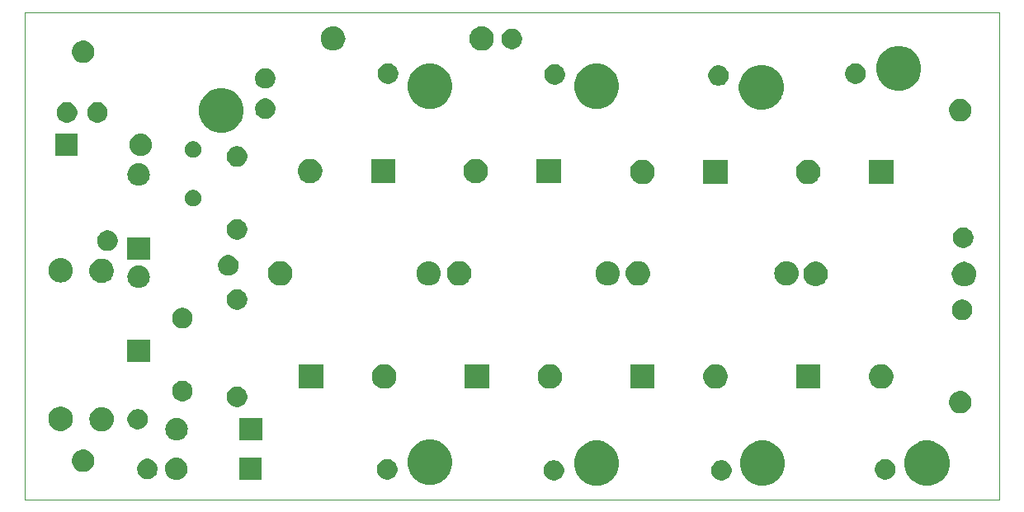
<source format=gbr>
G04 #@! TF.GenerationSoftware,KiCad,Pcbnew,5.1.4-e60b266~84~ubuntu16.04.1*
G04 #@! TF.CreationDate,2019-10-08T23:41:47-05:00*
G04 #@! TF.ProjectId,8cap,38636170-2e6b-4696-9361-645f70636258,rev?*
G04 #@! TF.SameCoordinates,Original*
G04 #@! TF.FileFunction,Soldermask,Bot*
G04 #@! TF.FilePolarity,Negative*
%FSLAX46Y46*%
G04 Gerber Fmt 4.6, Leading zero omitted, Abs format (unit mm)*
G04 Created by KiCad (PCBNEW 5.1.4-e60b266~84~ubuntu16.04.1) date 2019-10-08 23:41:47*
%MOMM*%
%LPD*%
G04 APERTURE LIST*
%ADD10C,0.050000*%
%ADD11C,0.150000*%
G04 APERTURE END LIST*
D10*
X100000000Y-150000000D02*
X100000000Y-100000000D01*
X200000000Y-150000000D02*
X100000000Y-150000000D01*
X200000000Y-100000000D02*
X200000000Y-150000000D01*
X100000000Y-100000000D02*
X200000000Y-100000000D01*
D11*
G36*
X193261304Y-144037002D02*
G01*
X193680139Y-144210489D01*
X193680141Y-144210490D01*
X193869891Y-144337277D01*
X194057082Y-144462354D01*
X194377646Y-144782918D01*
X194629511Y-145159861D01*
X194802998Y-145578696D01*
X194891440Y-146023327D01*
X194891440Y-146476673D01*
X194802998Y-146921304D01*
X194629511Y-147340139D01*
X194377646Y-147717082D01*
X194057082Y-148037646D01*
X193869891Y-148162723D01*
X193680141Y-148289510D01*
X193680140Y-148289511D01*
X193680139Y-148289511D01*
X193261304Y-148462998D01*
X192816673Y-148551440D01*
X192363327Y-148551440D01*
X191918696Y-148462998D01*
X191499861Y-148289511D01*
X191499860Y-148289511D01*
X191499859Y-148289510D01*
X191310109Y-148162723D01*
X191122918Y-148037646D01*
X190802354Y-147717082D01*
X190550489Y-147340139D01*
X190377002Y-146921304D01*
X190288560Y-146476673D01*
X190288560Y-146023327D01*
X190377002Y-145578696D01*
X190550489Y-145159861D01*
X190802354Y-144782918D01*
X191122918Y-144462354D01*
X191310109Y-144337277D01*
X191499859Y-144210490D01*
X191499861Y-144210489D01*
X191918696Y-144037002D01*
X192363327Y-143948560D01*
X192816673Y-143948560D01*
X193261304Y-144037002D01*
X193261304Y-144037002D01*
G37*
G36*
X176361304Y-144037002D02*
G01*
X176780139Y-144210489D01*
X176780141Y-144210490D01*
X176969891Y-144337277D01*
X177157082Y-144462354D01*
X177477646Y-144782918D01*
X177729511Y-145159861D01*
X177902998Y-145578696D01*
X177991440Y-146023327D01*
X177991440Y-146476673D01*
X177902998Y-146921304D01*
X177729511Y-147340139D01*
X177477646Y-147717082D01*
X177157082Y-148037646D01*
X176969891Y-148162723D01*
X176780141Y-148289510D01*
X176780140Y-148289511D01*
X176780139Y-148289511D01*
X176361304Y-148462998D01*
X175916673Y-148551440D01*
X175463327Y-148551440D01*
X175018696Y-148462998D01*
X174599861Y-148289511D01*
X174599860Y-148289511D01*
X174599859Y-148289510D01*
X174410109Y-148162723D01*
X174222918Y-148037646D01*
X173902354Y-147717082D01*
X173650489Y-147340139D01*
X173477002Y-146921304D01*
X173388560Y-146476673D01*
X173388560Y-146023327D01*
X173477002Y-145578696D01*
X173650489Y-145159861D01*
X173902354Y-144782918D01*
X174222918Y-144462354D01*
X174410109Y-144337277D01*
X174599859Y-144210490D01*
X174599861Y-144210489D01*
X175018696Y-144037002D01*
X175463327Y-143948560D01*
X175916673Y-143948560D01*
X176361304Y-144037002D01*
X176361304Y-144037002D01*
G37*
G36*
X159361304Y-144037002D02*
G01*
X159780139Y-144210489D01*
X159780141Y-144210490D01*
X159969891Y-144337277D01*
X160157082Y-144462354D01*
X160477646Y-144782918D01*
X160729511Y-145159861D01*
X160902998Y-145578696D01*
X160991440Y-146023327D01*
X160991440Y-146476673D01*
X160902998Y-146921304D01*
X160729511Y-147340139D01*
X160477646Y-147717082D01*
X160157082Y-148037646D01*
X159969891Y-148162723D01*
X159780141Y-148289510D01*
X159780140Y-148289511D01*
X159780139Y-148289511D01*
X159361304Y-148462998D01*
X158916673Y-148551440D01*
X158463327Y-148551440D01*
X158018696Y-148462998D01*
X157599861Y-148289511D01*
X157599860Y-148289511D01*
X157599859Y-148289510D01*
X157410109Y-148162723D01*
X157222918Y-148037646D01*
X156902354Y-147717082D01*
X156650489Y-147340139D01*
X156477002Y-146921304D01*
X156388560Y-146476673D01*
X156388560Y-146023327D01*
X156477002Y-145578696D01*
X156650489Y-145159861D01*
X156902354Y-144782918D01*
X157222918Y-144462354D01*
X157410109Y-144337277D01*
X157599859Y-144210490D01*
X157599861Y-144210489D01*
X158018696Y-144037002D01*
X158463327Y-143948560D01*
X158916673Y-143948560D01*
X159361304Y-144037002D01*
X159361304Y-144037002D01*
G37*
G36*
X142261304Y-143937002D02*
G01*
X142680139Y-144110489D01*
X142680141Y-144110490D01*
X142829800Y-144210489D01*
X143057082Y-144362354D01*
X143377646Y-144682918D01*
X143629511Y-145059861D01*
X143802998Y-145478696D01*
X143891440Y-145923327D01*
X143891440Y-146376673D01*
X143802998Y-146821304D01*
X143643479Y-147206417D01*
X143629510Y-147240141D01*
X143585226Y-147306416D01*
X143377646Y-147617082D01*
X143057082Y-147937646D01*
X142987190Y-147984346D01*
X142680141Y-148189510D01*
X142680140Y-148189511D01*
X142680139Y-148189511D01*
X142261304Y-148362998D01*
X141816673Y-148451440D01*
X141363327Y-148451440D01*
X140918696Y-148362998D01*
X140499861Y-148189511D01*
X140499860Y-148189511D01*
X140499859Y-148189510D01*
X140192810Y-147984346D01*
X140122918Y-147937646D01*
X139802354Y-147617082D01*
X139594774Y-147306416D01*
X139550490Y-147240141D01*
X139536521Y-147206417D01*
X139377002Y-146821304D01*
X139288560Y-146376673D01*
X139288560Y-145923327D01*
X139377002Y-145478696D01*
X139550489Y-145059861D01*
X139802354Y-144682918D01*
X140122918Y-144362354D01*
X140350200Y-144210489D01*
X140499859Y-144110490D01*
X140499861Y-144110489D01*
X140918696Y-143937002D01*
X141363327Y-143848560D01*
X141816673Y-143848560D01*
X142261304Y-143937002D01*
X142261304Y-143937002D01*
G37*
G36*
X154606416Y-145989879D02*
G01*
X154797592Y-146069067D01*
X154797594Y-146069068D01*
X154969648Y-146184031D01*
X155115969Y-146330352D01*
X155213738Y-146476673D01*
X155230933Y-146502408D01*
X155310121Y-146693584D01*
X155350490Y-146896534D01*
X155350490Y-147103466D01*
X155310121Y-147306416D01*
X155233019Y-147492555D01*
X155230932Y-147497594D01*
X155115969Y-147669648D01*
X154969648Y-147815969D01*
X154797594Y-147930932D01*
X154797593Y-147930933D01*
X154797592Y-147930933D01*
X154606416Y-148010121D01*
X154403466Y-148050490D01*
X154196534Y-148050490D01*
X153993584Y-148010121D01*
X153802408Y-147930933D01*
X153802407Y-147930933D01*
X153802406Y-147930932D01*
X153630352Y-147815969D01*
X153484031Y-147669648D01*
X153369068Y-147497594D01*
X153366981Y-147492555D01*
X153289879Y-147306416D01*
X153249510Y-147103466D01*
X153249510Y-146896534D01*
X153289879Y-146693584D01*
X153369067Y-146502408D01*
X153386263Y-146476673D01*
X153484031Y-146330352D01*
X153630352Y-146184031D01*
X153802406Y-146069068D01*
X153802408Y-146069067D01*
X153993584Y-145989879D01*
X154196534Y-145949510D01*
X154403466Y-145949510D01*
X154606416Y-145989879D01*
X154606416Y-145989879D01*
G37*
G36*
X171806416Y-145989879D02*
G01*
X171997592Y-146069067D01*
X171997594Y-146069068D01*
X172169648Y-146184031D01*
X172315969Y-146330352D01*
X172413738Y-146476673D01*
X172430933Y-146502408D01*
X172510121Y-146693584D01*
X172550490Y-146896534D01*
X172550490Y-147103466D01*
X172510121Y-147306416D01*
X172433019Y-147492555D01*
X172430932Y-147497594D01*
X172315969Y-147669648D01*
X172169648Y-147815969D01*
X171997594Y-147930932D01*
X171997593Y-147930933D01*
X171997592Y-147930933D01*
X171806416Y-148010121D01*
X171603466Y-148050490D01*
X171396534Y-148050490D01*
X171193584Y-148010121D01*
X171002408Y-147930933D01*
X171002407Y-147930933D01*
X171002406Y-147930932D01*
X170830352Y-147815969D01*
X170684031Y-147669648D01*
X170569068Y-147497594D01*
X170566981Y-147492555D01*
X170489879Y-147306416D01*
X170449510Y-147103466D01*
X170449510Y-146896534D01*
X170489879Y-146693584D01*
X170569067Y-146502408D01*
X170586263Y-146476673D01*
X170684031Y-146330352D01*
X170830352Y-146184031D01*
X171002406Y-146069068D01*
X171002408Y-146069067D01*
X171193584Y-145989879D01*
X171396534Y-145949510D01*
X171603466Y-145949510D01*
X171806416Y-145989879D01*
X171806416Y-145989879D01*
G37*
G36*
X124341000Y-148001000D02*
G01*
X122039000Y-148001000D01*
X122039000Y-145699000D01*
X124341000Y-145699000D01*
X124341000Y-148001000D01*
X124341000Y-148001000D01*
G37*
G36*
X115739271Y-145710103D02*
G01*
X115795635Y-145715654D01*
X116012600Y-145781470D01*
X116012602Y-145781471D01*
X116212555Y-145888347D01*
X116387818Y-146032182D01*
X116531653Y-146207445D01*
X116622106Y-146376672D01*
X116638530Y-146407400D01*
X116704346Y-146624365D01*
X116726569Y-146850000D01*
X116704346Y-147075635D01*
X116664674Y-147206416D01*
X116638529Y-147292602D01*
X116531653Y-147492555D01*
X116387818Y-147667818D01*
X116212555Y-147811653D01*
X116046351Y-147900490D01*
X116012600Y-147918530D01*
X115795635Y-147984346D01*
X115739271Y-147989897D01*
X115626545Y-148001000D01*
X115513455Y-148001000D01*
X115400729Y-147989897D01*
X115344365Y-147984346D01*
X115127400Y-147918530D01*
X115093649Y-147900490D01*
X114927445Y-147811653D01*
X114752182Y-147667818D01*
X114608347Y-147492555D01*
X114501471Y-147292602D01*
X114475327Y-147206416D01*
X114435654Y-147075635D01*
X114413431Y-146850000D01*
X114435654Y-146624365D01*
X114501470Y-146407400D01*
X114517894Y-146376672D01*
X114608347Y-146207445D01*
X114752182Y-146032182D01*
X114927445Y-145888347D01*
X115127398Y-145781471D01*
X115127400Y-145781470D01*
X115344365Y-145715654D01*
X115400729Y-145710103D01*
X115513455Y-145699000D01*
X115626545Y-145699000D01*
X115739271Y-145710103D01*
X115739271Y-145710103D01*
G37*
G36*
X137506416Y-145889879D02*
G01*
X137650377Y-145949510D01*
X137697594Y-145969068D01*
X137869648Y-146084031D01*
X138015969Y-146230352D01*
X138113738Y-146376673D01*
X138130933Y-146402408D01*
X138210121Y-146593584D01*
X138250490Y-146796534D01*
X138250490Y-147003466D01*
X138210121Y-147206416D01*
X138151643Y-147347594D01*
X138130932Y-147397594D01*
X138015969Y-147569648D01*
X137869648Y-147715969D01*
X137697594Y-147830932D01*
X137697593Y-147830933D01*
X137697592Y-147830933D01*
X137506416Y-147910121D01*
X137303466Y-147950490D01*
X137096534Y-147950490D01*
X136893584Y-147910121D01*
X136702408Y-147830933D01*
X136702407Y-147830933D01*
X136702406Y-147830932D01*
X136530352Y-147715969D01*
X136384031Y-147569648D01*
X136269068Y-147397594D01*
X136248357Y-147347594D01*
X136189879Y-147206416D01*
X136149510Y-147003466D01*
X136149510Y-146796534D01*
X136189879Y-146593584D01*
X136269067Y-146402408D01*
X136286263Y-146376673D01*
X136384031Y-146230352D01*
X136530352Y-146084031D01*
X136702406Y-145969068D01*
X136749623Y-145949510D01*
X136893584Y-145889879D01*
X137096534Y-145849510D01*
X137303466Y-145849510D01*
X137506416Y-145889879D01*
X137506416Y-145889879D01*
G37*
G36*
X188606416Y-145889879D02*
G01*
X188750377Y-145949510D01*
X188797594Y-145969068D01*
X188969648Y-146084031D01*
X189115969Y-146230352D01*
X189213738Y-146376673D01*
X189230933Y-146402408D01*
X189310121Y-146593584D01*
X189350490Y-146796534D01*
X189350490Y-147003466D01*
X189310121Y-147206416D01*
X189251643Y-147347594D01*
X189230932Y-147397594D01*
X189115969Y-147569648D01*
X188969648Y-147715969D01*
X188797594Y-147830932D01*
X188797593Y-147830933D01*
X188797592Y-147830933D01*
X188606416Y-147910121D01*
X188403466Y-147950490D01*
X188196534Y-147950490D01*
X187993584Y-147910121D01*
X187802408Y-147830933D01*
X187802407Y-147830933D01*
X187802406Y-147830932D01*
X187630352Y-147715969D01*
X187484031Y-147569648D01*
X187369068Y-147397594D01*
X187348357Y-147347594D01*
X187289879Y-147206416D01*
X187249510Y-147003466D01*
X187249510Y-146796534D01*
X187289879Y-146593584D01*
X187369067Y-146402408D01*
X187386263Y-146376673D01*
X187484031Y-146230352D01*
X187630352Y-146084031D01*
X187802406Y-145969068D01*
X187849623Y-145949510D01*
X187993584Y-145889879D01*
X188196534Y-145849510D01*
X188403466Y-145849510D01*
X188606416Y-145889879D01*
X188606416Y-145889879D01*
G37*
G36*
X112896416Y-145839879D02*
G01*
X113087592Y-145919067D01*
X113087594Y-145919068D01*
X113162424Y-145969068D01*
X113259648Y-146034031D01*
X113405969Y-146180352D01*
X113520933Y-146352408D01*
X113600121Y-146543584D01*
X113640490Y-146746534D01*
X113640490Y-146953466D01*
X113600121Y-147156416D01*
X113537988Y-147306417D01*
X113520932Y-147347594D01*
X113405969Y-147519648D01*
X113259648Y-147665969D01*
X113087594Y-147780932D01*
X113087593Y-147780933D01*
X113087592Y-147780933D01*
X112896416Y-147860121D01*
X112693466Y-147900490D01*
X112486534Y-147900490D01*
X112283584Y-147860121D01*
X112092408Y-147780933D01*
X112092407Y-147780933D01*
X112092406Y-147780932D01*
X111920352Y-147665969D01*
X111774031Y-147519648D01*
X111659068Y-147347594D01*
X111642012Y-147306417D01*
X111579879Y-147156416D01*
X111539510Y-146953466D01*
X111539510Y-146746534D01*
X111579879Y-146543584D01*
X111659067Y-146352408D01*
X111774031Y-146180352D01*
X111920352Y-146034031D01*
X112017576Y-145969068D01*
X112092406Y-145919068D01*
X112092408Y-145919067D01*
X112283584Y-145839879D01*
X112486534Y-145799510D01*
X112693466Y-145799510D01*
X112896416Y-145839879D01*
X112896416Y-145839879D01*
G37*
G36*
X106224549Y-144871116D02*
G01*
X106335734Y-144893232D01*
X106545203Y-144979997D01*
X106733720Y-145105960D01*
X106894040Y-145266280D01*
X107020003Y-145454797D01*
X107020004Y-145454799D01*
X107106768Y-145664267D01*
X107141700Y-145839879D01*
X107151000Y-145886636D01*
X107151000Y-146113364D01*
X107106768Y-146335734D01*
X107020003Y-146545203D01*
X106894040Y-146733720D01*
X106733720Y-146894040D01*
X106545203Y-147020003D01*
X106335734Y-147106768D01*
X106224549Y-147128884D01*
X106113365Y-147151000D01*
X105886635Y-147151000D01*
X105775451Y-147128884D01*
X105664266Y-147106768D01*
X105454797Y-147020003D01*
X105266280Y-146894040D01*
X105105960Y-146733720D01*
X104979997Y-146545203D01*
X104893232Y-146335734D01*
X104849000Y-146113364D01*
X104849000Y-145886636D01*
X104858301Y-145839879D01*
X104893232Y-145664267D01*
X104979996Y-145454799D01*
X104979997Y-145454797D01*
X105105960Y-145266280D01*
X105266280Y-145105960D01*
X105454797Y-144979997D01*
X105664266Y-144893232D01*
X105775451Y-144871116D01*
X105886635Y-144849000D01*
X106113365Y-144849000D01*
X106224549Y-144871116D01*
X106224549Y-144871116D01*
G37*
G36*
X115759271Y-141610103D02*
G01*
X115815635Y-141615654D01*
X116032600Y-141681470D01*
X116032602Y-141681471D01*
X116232555Y-141788347D01*
X116407818Y-141932182D01*
X116551653Y-142107445D01*
X116626562Y-142247592D01*
X116658530Y-142307400D01*
X116724346Y-142524365D01*
X116746569Y-142750000D01*
X116724346Y-142975634D01*
X116658529Y-143192602D01*
X116551653Y-143392555D01*
X116407818Y-143567818D01*
X116232555Y-143711653D01*
X116032602Y-143818529D01*
X116032600Y-143818530D01*
X115815635Y-143884346D01*
X115759271Y-143889897D01*
X115646545Y-143901000D01*
X115533455Y-143901000D01*
X115420729Y-143889897D01*
X115364365Y-143884346D01*
X115147400Y-143818530D01*
X115147398Y-143818529D01*
X114947445Y-143711653D01*
X114772182Y-143567818D01*
X114628347Y-143392555D01*
X114521471Y-143192602D01*
X114455654Y-142975634D01*
X114433431Y-142750000D01*
X114455654Y-142524365D01*
X114521470Y-142307400D01*
X114553438Y-142247592D01*
X114628347Y-142107445D01*
X114772182Y-141932182D01*
X114947445Y-141788347D01*
X115147398Y-141681471D01*
X115147400Y-141681470D01*
X115364365Y-141615654D01*
X115420729Y-141610103D01*
X115533455Y-141599000D01*
X115646545Y-141599000D01*
X115759271Y-141610103D01*
X115759271Y-141610103D01*
G37*
G36*
X124361000Y-143901000D02*
G01*
X122059000Y-143901000D01*
X122059000Y-141599000D01*
X124361000Y-141599000D01*
X124361000Y-143901000D01*
X124361000Y-143901000D01*
G37*
G36*
X108145239Y-140507101D02*
G01*
X108381053Y-140578634D01*
X108598381Y-140694799D01*
X108788871Y-140851129D01*
X108945201Y-141041619D01*
X109061366Y-141258947D01*
X109132899Y-141494761D01*
X109157053Y-141740000D01*
X109132899Y-141985239D01*
X109061366Y-142221053D01*
X108945201Y-142438381D01*
X108788871Y-142628871D01*
X108598381Y-142785201D01*
X108381053Y-142901366D01*
X108145239Y-142972899D01*
X107961457Y-142991000D01*
X107838543Y-142991000D01*
X107654761Y-142972899D01*
X107418947Y-142901366D01*
X107201619Y-142785201D01*
X107011129Y-142628871D01*
X106854799Y-142438381D01*
X106738634Y-142221053D01*
X106667101Y-141985239D01*
X106642947Y-141740000D01*
X106667101Y-141494761D01*
X106738634Y-141258947D01*
X106854799Y-141041619D01*
X107011129Y-140851129D01*
X107201619Y-140694799D01*
X107418947Y-140578634D01*
X107654761Y-140507101D01*
X107838543Y-140489000D01*
X107961457Y-140489000D01*
X108145239Y-140507101D01*
X108145239Y-140507101D01*
G37*
G36*
X104054903Y-140497075D02*
G01*
X104251805Y-140578634D01*
X104282571Y-140591378D01*
X104487466Y-140728285D01*
X104661715Y-140902534D01*
X104798180Y-141106768D01*
X104798623Y-141107431D01*
X104892925Y-141335097D01*
X104941000Y-141576786D01*
X104941000Y-141823214D01*
X104892925Y-142064903D01*
X104828245Y-142221056D01*
X104798622Y-142292571D01*
X104661715Y-142497466D01*
X104487466Y-142671715D01*
X104282571Y-142808622D01*
X104282570Y-142808623D01*
X104282569Y-142808623D01*
X104054903Y-142902925D01*
X103813214Y-142951000D01*
X103566786Y-142951000D01*
X103325097Y-142902925D01*
X103097431Y-142808623D01*
X103097430Y-142808623D01*
X103097429Y-142808622D01*
X102892534Y-142671715D01*
X102718285Y-142497466D01*
X102581378Y-142292571D01*
X102551756Y-142221056D01*
X102487075Y-142064903D01*
X102439000Y-141823214D01*
X102439000Y-141576786D01*
X102487075Y-141335097D01*
X102581377Y-141107431D01*
X102581820Y-141106768D01*
X102718285Y-140902534D01*
X102892534Y-140728285D01*
X103097429Y-140591378D01*
X103128196Y-140578634D01*
X103325097Y-140497075D01*
X103566786Y-140449000D01*
X103813214Y-140449000D01*
X104054903Y-140497075D01*
X104054903Y-140497075D01*
G37*
G36*
X111906416Y-140739879D02*
G01*
X112097592Y-140819067D01*
X112097594Y-140819068D01*
X112269648Y-140934031D01*
X112415969Y-141080352D01*
X112463175Y-141151000D01*
X112530933Y-141252408D01*
X112610121Y-141443584D01*
X112650490Y-141646534D01*
X112650490Y-141853466D01*
X112610121Y-142056416D01*
X112530933Y-142247592D01*
X112530932Y-142247594D01*
X112415969Y-142419648D01*
X112269648Y-142565969D01*
X112097594Y-142680932D01*
X112097593Y-142680933D01*
X112097592Y-142680933D01*
X111906416Y-142760121D01*
X111703466Y-142800490D01*
X111496534Y-142800490D01*
X111293584Y-142760121D01*
X111102408Y-142680933D01*
X111102407Y-142680933D01*
X111102406Y-142680932D01*
X110930352Y-142565969D01*
X110784031Y-142419648D01*
X110669068Y-142247594D01*
X110669067Y-142247592D01*
X110589879Y-142056416D01*
X110549510Y-141853466D01*
X110549510Y-141646534D01*
X110589879Y-141443584D01*
X110669067Y-141252408D01*
X110736826Y-141151000D01*
X110784031Y-141080352D01*
X110930352Y-140934031D01*
X111102406Y-140819068D01*
X111102408Y-140819067D01*
X111293584Y-140739879D01*
X111496534Y-140699510D01*
X111703466Y-140699510D01*
X111906416Y-140739879D01*
X111906416Y-140739879D01*
G37*
G36*
X196224549Y-138871116D02*
G01*
X196335734Y-138893232D01*
X196545203Y-138979997D01*
X196733720Y-139105960D01*
X196894040Y-139266280D01*
X197020003Y-139454797D01*
X197106768Y-139664266D01*
X197125127Y-139756564D01*
X197151000Y-139886635D01*
X197151000Y-140113365D01*
X197128884Y-140224549D01*
X197106768Y-140335734D01*
X197020003Y-140545203D01*
X196894040Y-140733720D01*
X196733720Y-140894040D01*
X196545203Y-141020003D01*
X196335734Y-141106768D01*
X196224549Y-141128884D01*
X196113365Y-141151000D01*
X195886635Y-141151000D01*
X195775451Y-141128884D01*
X195664266Y-141106768D01*
X195454797Y-141020003D01*
X195266280Y-140894040D01*
X195105960Y-140733720D01*
X194979997Y-140545203D01*
X194893232Y-140335734D01*
X194871116Y-140224549D01*
X194849000Y-140113365D01*
X194849000Y-139886635D01*
X194874873Y-139756564D01*
X194893232Y-139664266D01*
X194979997Y-139454797D01*
X195105960Y-139266280D01*
X195266280Y-139105960D01*
X195454797Y-138979997D01*
X195664266Y-138893232D01*
X195775451Y-138871116D01*
X195886635Y-138849000D01*
X196113365Y-138849000D01*
X196224549Y-138871116D01*
X196224549Y-138871116D01*
G37*
G36*
X122096564Y-138439389D02*
G01*
X122287833Y-138518615D01*
X122287835Y-138518616D01*
X122339182Y-138552925D01*
X122459973Y-138633635D01*
X122606365Y-138780027D01*
X122721385Y-138952167D01*
X122800611Y-139143436D01*
X122841000Y-139346484D01*
X122841000Y-139553516D01*
X122800611Y-139756564D01*
X122740784Y-139901000D01*
X122721384Y-139947835D01*
X122606365Y-140119973D01*
X122459973Y-140266365D01*
X122287835Y-140381384D01*
X122287834Y-140381385D01*
X122287833Y-140381385D01*
X122096564Y-140460611D01*
X121893516Y-140501000D01*
X121686484Y-140501000D01*
X121483436Y-140460611D01*
X121292167Y-140381385D01*
X121292166Y-140381385D01*
X121292165Y-140381384D01*
X121120027Y-140266365D01*
X120973635Y-140119973D01*
X120858616Y-139947835D01*
X120839216Y-139901000D01*
X120779389Y-139756564D01*
X120739000Y-139553516D01*
X120739000Y-139346484D01*
X120779389Y-139143436D01*
X120858615Y-138952167D01*
X120973635Y-138780027D01*
X121120027Y-138633635D01*
X121240818Y-138552925D01*
X121292165Y-138518616D01*
X121292167Y-138518615D01*
X121483436Y-138439389D01*
X121686484Y-138399000D01*
X121893516Y-138399000D01*
X122096564Y-138439389D01*
X122096564Y-138439389D01*
G37*
G36*
X116496564Y-137839389D02*
G01*
X116687833Y-137918615D01*
X116687835Y-137918616D01*
X116859973Y-138033635D01*
X117006365Y-138180027D01*
X117101039Y-138321716D01*
X117121385Y-138352167D01*
X117200611Y-138543436D01*
X117241000Y-138746484D01*
X117241000Y-138953516D01*
X117200611Y-139156564D01*
X117155165Y-139266280D01*
X117121384Y-139347835D01*
X117006365Y-139519973D01*
X116859973Y-139666365D01*
X116687835Y-139781384D01*
X116687834Y-139781385D01*
X116687833Y-139781385D01*
X116496564Y-139860611D01*
X116293516Y-139901000D01*
X116086484Y-139901000D01*
X115883436Y-139860611D01*
X115692167Y-139781385D01*
X115692166Y-139781385D01*
X115692165Y-139781384D01*
X115520027Y-139666365D01*
X115373635Y-139519973D01*
X115258616Y-139347835D01*
X115224835Y-139266280D01*
X115179389Y-139156564D01*
X115139000Y-138953516D01*
X115139000Y-138746484D01*
X115179389Y-138543436D01*
X115258615Y-138352167D01*
X115278962Y-138321716D01*
X115373635Y-138180027D01*
X115520027Y-138033635D01*
X115692165Y-137918616D01*
X115692167Y-137918615D01*
X115883436Y-137839389D01*
X116086484Y-137799000D01*
X116293516Y-137799000D01*
X116496564Y-137839389D01*
X116496564Y-137839389D01*
G37*
G36*
X130641000Y-138601000D02*
G01*
X128139000Y-138601000D01*
X128139000Y-136099000D01*
X130641000Y-136099000D01*
X130641000Y-138601000D01*
X130641000Y-138601000D01*
G37*
G36*
X137254903Y-136147075D02*
G01*
X137482571Y-136241378D01*
X137687466Y-136378285D01*
X137861715Y-136552534D01*
X137861716Y-136552536D01*
X137998623Y-136757431D01*
X138092925Y-136985097D01*
X138141000Y-137226786D01*
X138141000Y-137473214D01*
X138092925Y-137714903D01*
X138008545Y-137918616D01*
X137998622Y-137942571D01*
X137861715Y-138147466D01*
X137687466Y-138321715D01*
X137482571Y-138458622D01*
X137482570Y-138458623D01*
X137482569Y-138458623D01*
X137254903Y-138552925D01*
X137013214Y-138601000D01*
X136766786Y-138601000D01*
X136525097Y-138552925D01*
X136297431Y-138458623D01*
X136297430Y-138458623D01*
X136297429Y-138458622D01*
X136092534Y-138321715D01*
X135918285Y-138147466D01*
X135781378Y-137942571D01*
X135771456Y-137918616D01*
X135687075Y-137714903D01*
X135639000Y-137473214D01*
X135639000Y-137226786D01*
X135687075Y-136985097D01*
X135781377Y-136757431D01*
X135918284Y-136552536D01*
X135918285Y-136552534D01*
X136092534Y-136378285D01*
X136297429Y-136241378D01*
X136525097Y-136147075D01*
X136766786Y-136099000D01*
X137013214Y-136099000D01*
X137254903Y-136147075D01*
X137254903Y-136147075D01*
G37*
G36*
X147641000Y-138601000D02*
G01*
X145139000Y-138601000D01*
X145139000Y-136099000D01*
X147641000Y-136099000D01*
X147641000Y-138601000D01*
X147641000Y-138601000D01*
G37*
G36*
X154254903Y-136147075D02*
G01*
X154482571Y-136241378D01*
X154687466Y-136378285D01*
X154861715Y-136552534D01*
X154861716Y-136552536D01*
X154998623Y-136757431D01*
X155092925Y-136985097D01*
X155141000Y-137226786D01*
X155141000Y-137473214D01*
X155092925Y-137714903D01*
X155008545Y-137918616D01*
X154998622Y-137942571D01*
X154861715Y-138147466D01*
X154687466Y-138321715D01*
X154482571Y-138458622D01*
X154482570Y-138458623D01*
X154482569Y-138458623D01*
X154254903Y-138552925D01*
X154013214Y-138601000D01*
X153766786Y-138601000D01*
X153525097Y-138552925D01*
X153297431Y-138458623D01*
X153297430Y-138458623D01*
X153297429Y-138458622D01*
X153092534Y-138321715D01*
X152918285Y-138147466D01*
X152781378Y-137942571D01*
X152771456Y-137918616D01*
X152687075Y-137714903D01*
X152639000Y-137473214D01*
X152639000Y-137226786D01*
X152687075Y-136985097D01*
X152781377Y-136757431D01*
X152918284Y-136552536D01*
X152918285Y-136552534D01*
X153092534Y-136378285D01*
X153297429Y-136241378D01*
X153525097Y-136147075D01*
X153766786Y-136099000D01*
X154013214Y-136099000D01*
X154254903Y-136147075D01*
X154254903Y-136147075D01*
G37*
G36*
X164641000Y-138601000D02*
G01*
X162139000Y-138601000D01*
X162139000Y-136099000D01*
X164641000Y-136099000D01*
X164641000Y-138601000D01*
X164641000Y-138601000D01*
G37*
G36*
X171254903Y-136147075D02*
G01*
X171482571Y-136241378D01*
X171687466Y-136378285D01*
X171861715Y-136552534D01*
X171861716Y-136552536D01*
X171998623Y-136757431D01*
X172092925Y-136985097D01*
X172141000Y-137226786D01*
X172141000Y-137473214D01*
X172092925Y-137714903D01*
X172008545Y-137918616D01*
X171998622Y-137942571D01*
X171861715Y-138147466D01*
X171687466Y-138321715D01*
X171482571Y-138458622D01*
X171482570Y-138458623D01*
X171482569Y-138458623D01*
X171254903Y-138552925D01*
X171013214Y-138601000D01*
X170766786Y-138601000D01*
X170525097Y-138552925D01*
X170297431Y-138458623D01*
X170297430Y-138458623D01*
X170297429Y-138458622D01*
X170092534Y-138321715D01*
X169918285Y-138147466D01*
X169781378Y-137942571D01*
X169771456Y-137918616D01*
X169687075Y-137714903D01*
X169639000Y-137473214D01*
X169639000Y-137226786D01*
X169687075Y-136985097D01*
X169781377Y-136757431D01*
X169918284Y-136552536D01*
X169918285Y-136552534D01*
X170092534Y-136378285D01*
X170297429Y-136241378D01*
X170525097Y-136147075D01*
X170766786Y-136099000D01*
X171013214Y-136099000D01*
X171254903Y-136147075D01*
X171254903Y-136147075D01*
G37*
G36*
X188254903Y-136147075D02*
G01*
X188482571Y-136241378D01*
X188687466Y-136378285D01*
X188861715Y-136552534D01*
X188861716Y-136552536D01*
X188998623Y-136757431D01*
X189092925Y-136985097D01*
X189141000Y-137226786D01*
X189141000Y-137473214D01*
X189092925Y-137714903D01*
X189008545Y-137918616D01*
X188998622Y-137942571D01*
X188861715Y-138147466D01*
X188687466Y-138321715D01*
X188482571Y-138458622D01*
X188482570Y-138458623D01*
X188482569Y-138458623D01*
X188254903Y-138552925D01*
X188013214Y-138601000D01*
X187766786Y-138601000D01*
X187525097Y-138552925D01*
X187297431Y-138458623D01*
X187297430Y-138458623D01*
X187297429Y-138458622D01*
X187092534Y-138321715D01*
X186918285Y-138147466D01*
X186781378Y-137942571D01*
X186771456Y-137918616D01*
X186687075Y-137714903D01*
X186639000Y-137473214D01*
X186639000Y-137226786D01*
X186687075Y-136985097D01*
X186781377Y-136757431D01*
X186918284Y-136552536D01*
X186918285Y-136552534D01*
X187092534Y-136378285D01*
X187297429Y-136241378D01*
X187525097Y-136147075D01*
X187766786Y-136099000D01*
X188013214Y-136099000D01*
X188254903Y-136147075D01*
X188254903Y-136147075D01*
G37*
G36*
X181641000Y-138601000D02*
G01*
X179139000Y-138601000D01*
X179139000Y-136099000D01*
X181641000Y-136099000D01*
X181641000Y-138601000D01*
X181641000Y-138601000D01*
G37*
G36*
X112841000Y-135901000D02*
G01*
X110539000Y-135901000D01*
X110539000Y-133599000D01*
X112841000Y-133599000D01*
X112841000Y-135901000D01*
X112841000Y-135901000D01*
G37*
G36*
X116496564Y-130339389D02*
G01*
X116634529Y-130396536D01*
X116687835Y-130418616D01*
X116750683Y-130460610D01*
X116859973Y-130533635D01*
X117006365Y-130680027D01*
X117121385Y-130852167D01*
X117200611Y-131043436D01*
X117241000Y-131246484D01*
X117241000Y-131453516D01*
X117200611Y-131656564D01*
X117121385Y-131847833D01*
X117121384Y-131847835D01*
X117006365Y-132019973D01*
X116859973Y-132166365D01*
X116687835Y-132281384D01*
X116687834Y-132281385D01*
X116687833Y-132281385D01*
X116496564Y-132360611D01*
X116293516Y-132401000D01*
X116086484Y-132401000D01*
X115883436Y-132360611D01*
X115692167Y-132281385D01*
X115692166Y-132281385D01*
X115692165Y-132281384D01*
X115520027Y-132166365D01*
X115373635Y-132019973D01*
X115258616Y-131847835D01*
X115258615Y-131847833D01*
X115179389Y-131656564D01*
X115139000Y-131453516D01*
X115139000Y-131246484D01*
X115179389Y-131043436D01*
X115258615Y-130852167D01*
X115373635Y-130680027D01*
X115520027Y-130533635D01*
X115629317Y-130460610D01*
X115692165Y-130418616D01*
X115745471Y-130396536D01*
X115883436Y-130339389D01*
X116086484Y-130299000D01*
X116293516Y-130299000D01*
X116496564Y-130339389D01*
X116496564Y-130339389D01*
G37*
G36*
X196506416Y-129489879D02*
G01*
X196697592Y-129569067D01*
X196697594Y-129569068D01*
X196869648Y-129684031D01*
X197015969Y-129830352D01*
X197130933Y-130002408D01*
X197210121Y-130193584D01*
X197250490Y-130396534D01*
X197250490Y-130603466D01*
X197210121Y-130806416D01*
X197191171Y-130852165D01*
X197130932Y-130997594D01*
X197015969Y-131169648D01*
X196869648Y-131315969D01*
X196697594Y-131430932D01*
X196697593Y-131430933D01*
X196697592Y-131430933D01*
X196506416Y-131510121D01*
X196303466Y-131550490D01*
X196096534Y-131550490D01*
X195893584Y-131510121D01*
X195702408Y-131430933D01*
X195702407Y-131430933D01*
X195702406Y-131430932D01*
X195530352Y-131315969D01*
X195384031Y-131169648D01*
X195269068Y-130997594D01*
X195208829Y-130852165D01*
X195189879Y-130806416D01*
X195149510Y-130603466D01*
X195149510Y-130396534D01*
X195189879Y-130193584D01*
X195269067Y-130002408D01*
X195384031Y-129830352D01*
X195530352Y-129684031D01*
X195702406Y-129569068D01*
X195702408Y-129569067D01*
X195893584Y-129489879D01*
X196096534Y-129449510D01*
X196303466Y-129449510D01*
X196506416Y-129489879D01*
X196506416Y-129489879D01*
G37*
G36*
X122096564Y-128439389D02*
G01*
X122287833Y-128518615D01*
X122287835Y-128518616D01*
X122459973Y-128633635D01*
X122606365Y-128780027D01*
X122721385Y-128952167D01*
X122800611Y-129143436D01*
X122841000Y-129346484D01*
X122841000Y-129553516D01*
X122800611Y-129756564D01*
X122770047Y-129830352D01*
X122721384Y-129947835D01*
X122606365Y-130119973D01*
X122459973Y-130266365D01*
X122287835Y-130381384D01*
X122287834Y-130381385D01*
X122287833Y-130381385D01*
X122096564Y-130460611D01*
X121893516Y-130501000D01*
X121686484Y-130501000D01*
X121483436Y-130460611D01*
X121292167Y-130381385D01*
X121292166Y-130381385D01*
X121292165Y-130381384D01*
X121120027Y-130266365D01*
X120973635Y-130119973D01*
X120858616Y-129947835D01*
X120809953Y-129830352D01*
X120779389Y-129756564D01*
X120739000Y-129553516D01*
X120739000Y-129346484D01*
X120779389Y-129143436D01*
X120858615Y-128952167D01*
X120973635Y-128780027D01*
X121120027Y-128633635D01*
X121292165Y-128518616D01*
X121292167Y-128518615D01*
X121483436Y-128439389D01*
X121686484Y-128399000D01*
X121893516Y-128399000D01*
X122096564Y-128439389D01*
X122096564Y-128439389D01*
G37*
G36*
X111859271Y-125990103D02*
G01*
X111915635Y-125995654D01*
X112132600Y-126061470D01*
X112132602Y-126061471D01*
X112332555Y-126168347D01*
X112507818Y-126312182D01*
X112651653Y-126487445D01*
X112731477Y-126636787D01*
X112758530Y-126687400D01*
X112824346Y-126904365D01*
X112846569Y-127130000D01*
X112824346Y-127355635D01*
X112763121Y-127557466D01*
X112758529Y-127572602D01*
X112651653Y-127772555D01*
X112507818Y-127947818D01*
X112332555Y-128091653D01*
X112132602Y-128198529D01*
X112132600Y-128198530D01*
X111915635Y-128264346D01*
X111859271Y-128269897D01*
X111746545Y-128281000D01*
X111633455Y-128281000D01*
X111520729Y-128269897D01*
X111464365Y-128264346D01*
X111247400Y-128198530D01*
X111247398Y-128198529D01*
X111047445Y-128091653D01*
X110872182Y-127947818D01*
X110728347Y-127772555D01*
X110621471Y-127572602D01*
X110616880Y-127557466D01*
X110555654Y-127355635D01*
X110533431Y-127130000D01*
X110555654Y-126904365D01*
X110621470Y-126687400D01*
X110648523Y-126636787D01*
X110728347Y-126487445D01*
X110872182Y-126312182D01*
X111047445Y-126168347D01*
X111247398Y-126061471D01*
X111247400Y-126061470D01*
X111464365Y-125995654D01*
X111520729Y-125990103D01*
X111633455Y-125979000D01*
X111746545Y-125979000D01*
X111859271Y-125990103D01*
X111859271Y-125990103D01*
G37*
G36*
X181514903Y-125627075D02*
G01*
X181697083Y-125702536D01*
X181742571Y-125721378D01*
X181947466Y-125858285D01*
X182121715Y-126032534D01*
X182243477Y-126214763D01*
X182258623Y-126237431D01*
X182352925Y-126465097D01*
X182401000Y-126706786D01*
X182401000Y-126953214D01*
X182352925Y-127194903D01*
X182289150Y-127348871D01*
X182258622Y-127422571D01*
X182121715Y-127627466D01*
X181947466Y-127801715D01*
X181742571Y-127938622D01*
X181742570Y-127938623D01*
X181742569Y-127938623D01*
X181514903Y-128032925D01*
X181273214Y-128081000D01*
X181026786Y-128081000D01*
X180785097Y-128032925D01*
X180557431Y-127938623D01*
X180557430Y-127938623D01*
X180557429Y-127938622D01*
X180352534Y-127801715D01*
X180178285Y-127627466D01*
X180041378Y-127422571D01*
X180010851Y-127348871D01*
X179947075Y-127194903D01*
X179899000Y-126953214D01*
X179899000Y-126706786D01*
X179947075Y-126465097D01*
X180041377Y-126237431D01*
X180056523Y-126214763D01*
X180178285Y-126032534D01*
X180352534Y-125858285D01*
X180557429Y-125721378D01*
X180602918Y-125702536D01*
X180785097Y-125627075D01*
X181026786Y-125579000D01*
X181273214Y-125579000D01*
X181514903Y-125627075D01*
X181514903Y-125627075D01*
G37*
G36*
X196635239Y-125597101D02*
G01*
X196871053Y-125668634D01*
X197088381Y-125784799D01*
X197278871Y-125941129D01*
X197435201Y-126131619D01*
X197551366Y-126348947D01*
X197622899Y-126584761D01*
X197647053Y-126830000D01*
X197622899Y-127075239D01*
X197551366Y-127311053D01*
X197435201Y-127528381D01*
X197278871Y-127718871D01*
X197088381Y-127875201D01*
X196871053Y-127991366D01*
X196635239Y-128062899D01*
X196451457Y-128081000D01*
X196328543Y-128081000D01*
X196144761Y-128062899D01*
X195908947Y-127991366D01*
X195691619Y-127875201D01*
X195501129Y-127718871D01*
X195344799Y-127528381D01*
X195228634Y-127311053D01*
X195157101Y-127075239D01*
X195132947Y-126830000D01*
X195157101Y-126584761D01*
X195228634Y-126348947D01*
X195344799Y-126131619D01*
X195501129Y-125941129D01*
X195691619Y-125784799D01*
X195908947Y-125668634D01*
X196144761Y-125597101D01*
X196328543Y-125579000D01*
X196451457Y-125579000D01*
X196635239Y-125597101D01*
X196635239Y-125597101D01*
G37*
G36*
X141705239Y-125527101D02*
G01*
X141941053Y-125598634D01*
X142158381Y-125714799D01*
X142348871Y-125871129D01*
X142505201Y-126061619D01*
X142621366Y-126278947D01*
X142692899Y-126514761D01*
X142717053Y-126760000D01*
X142692899Y-127005239D01*
X142621366Y-127241053D01*
X142505201Y-127458381D01*
X142348871Y-127648871D01*
X142158381Y-127805201D01*
X141941053Y-127921366D01*
X141705239Y-127992899D01*
X141521457Y-128011000D01*
X141398543Y-128011000D01*
X141214761Y-127992899D01*
X140978947Y-127921366D01*
X140761619Y-127805201D01*
X140571129Y-127648871D01*
X140414799Y-127458381D01*
X140298634Y-127241053D01*
X140227101Y-127005239D01*
X140202947Y-126760000D01*
X140227101Y-126514761D01*
X140298634Y-126278947D01*
X140414799Y-126061619D01*
X140571129Y-125871129D01*
X140761619Y-125714799D01*
X140978947Y-125598634D01*
X141214761Y-125527101D01*
X141398543Y-125509000D01*
X141521457Y-125509000D01*
X141705239Y-125527101D01*
X141705239Y-125527101D01*
G37*
G36*
X126584903Y-125557075D02*
G01*
X126793753Y-125643583D01*
X126812571Y-125651378D01*
X127017466Y-125788285D01*
X127191715Y-125962534D01*
X127257922Y-126061620D01*
X127328623Y-126167431D01*
X127422925Y-126395097D01*
X127471000Y-126636786D01*
X127471000Y-126883214D01*
X127459495Y-126941053D01*
X127422925Y-127124903D01*
X127328622Y-127352571D01*
X127191715Y-127557466D01*
X127017466Y-127731715D01*
X126812571Y-127868622D01*
X126812570Y-127868623D01*
X126812569Y-127868623D01*
X126584903Y-127962925D01*
X126343214Y-128011000D01*
X126096786Y-128011000D01*
X125855097Y-127962925D01*
X125627431Y-127868623D01*
X125627430Y-127868623D01*
X125627429Y-127868622D01*
X125422534Y-127731715D01*
X125248285Y-127557466D01*
X125111378Y-127352571D01*
X125017075Y-127124903D01*
X124980505Y-126941053D01*
X124969000Y-126883214D01*
X124969000Y-126636786D01*
X125017075Y-126395097D01*
X125111377Y-126167431D01*
X125182078Y-126061620D01*
X125248285Y-125962534D01*
X125422534Y-125788285D01*
X125627429Y-125651378D01*
X125646248Y-125643583D01*
X125855097Y-125557075D01*
X126096786Y-125509000D01*
X126343214Y-125509000D01*
X126584903Y-125557075D01*
X126584903Y-125557075D01*
G37*
G36*
X160065239Y-125527101D02*
G01*
X160301053Y-125598634D01*
X160518381Y-125714799D01*
X160708871Y-125871129D01*
X160865201Y-126061619D01*
X160981366Y-126278947D01*
X161052899Y-126514761D01*
X161077053Y-126760000D01*
X161052899Y-127005239D01*
X160981366Y-127241053D01*
X160865201Y-127458381D01*
X160708871Y-127648871D01*
X160518381Y-127805201D01*
X160301053Y-127921366D01*
X160065239Y-127992899D01*
X159881457Y-128011000D01*
X159758543Y-128011000D01*
X159574761Y-127992899D01*
X159338947Y-127921366D01*
X159121619Y-127805201D01*
X158931129Y-127648871D01*
X158774799Y-127458381D01*
X158658634Y-127241053D01*
X158587101Y-127005239D01*
X158562947Y-126760000D01*
X158587101Y-126514761D01*
X158658634Y-126278947D01*
X158774799Y-126061619D01*
X158931129Y-125871129D01*
X159121619Y-125714799D01*
X159338947Y-125598634D01*
X159574761Y-125527101D01*
X159758543Y-125509000D01*
X159881457Y-125509000D01*
X160065239Y-125527101D01*
X160065239Y-125527101D01*
G37*
G36*
X178415239Y-125527101D02*
G01*
X178651053Y-125598634D01*
X178868381Y-125714799D01*
X179058871Y-125871129D01*
X179215201Y-126061619D01*
X179331366Y-126278947D01*
X179402899Y-126514761D01*
X179427053Y-126760000D01*
X179402899Y-127005239D01*
X179331366Y-127241053D01*
X179215201Y-127458381D01*
X179058871Y-127648871D01*
X178868381Y-127805201D01*
X178651053Y-127921366D01*
X178415239Y-127992899D01*
X178231457Y-128011000D01*
X178108543Y-128011000D01*
X177924761Y-127992899D01*
X177688947Y-127921366D01*
X177471619Y-127805201D01*
X177281129Y-127648871D01*
X177124799Y-127458381D01*
X177008634Y-127241053D01*
X176937101Y-127005239D01*
X176912947Y-126760000D01*
X176937101Y-126514761D01*
X177008634Y-126278947D01*
X177124799Y-126061619D01*
X177281129Y-125871129D01*
X177471619Y-125714799D01*
X177688947Y-125598634D01*
X177924761Y-125527101D01*
X178108543Y-125509000D01*
X178231457Y-125509000D01*
X178415239Y-125527101D01*
X178415239Y-125527101D01*
G37*
G36*
X144944903Y-125557075D02*
G01*
X145153753Y-125643583D01*
X145172571Y-125651378D01*
X145377466Y-125788285D01*
X145551715Y-125962534D01*
X145617922Y-126061620D01*
X145688623Y-126167431D01*
X145782925Y-126395097D01*
X145831000Y-126636786D01*
X145831000Y-126883214D01*
X145819495Y-126941053D01*
X145782925Y-127124903D01*
X145688622Y-127352571D01*
X145551715Y-127557466D01*
X145377466Y-127731715D01*
X145172571Y-127868622D01*
X145172570Y-127868623D01*
X145172569Y-127868623D01*
X144944903Y-127962925D01*
X144703214Y-128011000D01*
X144456786Y-128011000D01*
X144215097Y-127962925D01*
X143987431Y-127868623D01*
X143987430Y-127868623D01*
X143987429Y-127868622D01*
X143782534Y-127731715D01*
X143608285Y-127557466D01*
X143471378Y-127352571D01*
X143377075Y-127124903D01*
X143340505Y-126941053D01*
X143329000Y-126883214D01*
X143329000Y-126636786D01*
X143377075Y-126395097D01*
X143471377Y-126167431D01*
X143542078Y-126061620D01*
X143608285Y-125962534D01*
X143782534Y-125788285D01*
X143987429Y-125651378D01*
X144006248Y-125643583D01*
X144215097Y-125557075D01*
X144456786Y-125509000D01*
X144703214Y-125509000D01*
X144944903Y-125557075D01*
X144944903Y-125557075D01*
G37*
G36*
X163294903Y-125557075D02*
G01*
X163503753Y-125643583D01*
X163522571Y-125651378D01*
X163727466Y-125788285D01*
X163901715Y-125962534D01*
X163967922Y-126061620D01*
X164038623Y-126167431D01*
X164132925Y-126395097D01*
X164181000Y-126636786D01*
X164181000Y-126883214D01*
X164169495Y-126941053D01*
X164132925Y-127124903D01*
X164038622Y-127352571D01*
X163901715Y-127557466D01*
X163727466Y-127731715D01*
X163522571Y-127868622D01*
X163522570Y-127868623D01*
X163522569Y-127868623D01*
X163294903Y-127962925D01*
X163053214Y-128011000D01*
X162806786Y-128011000D01*
X162565097Y-127962925D01*
X162337431Y-127868623D01*
X162337430Y-127868623D01*
X162337429Y-127868622D01*
X162132534Y-127731715D01*
X161958285Y-127557466D01*
X161821378Y-127352571D01*
X161727075Y-127124903D01*
X161690505Y-126941053D01*
X161679000Y-126883214D01*
X161679000Y-126636786D01*
X161727075Y-126395097D01*
X161821377Y-126167431D01*
X161892078Y-126061620D01*
X161958285Y-125962534D01*
X162132534Y-125788285D01*
X162337429Y-125651378D01*
X162356248Y-125643583D01*
X162565097Y-125557075D01*
X162806786Y-125509000D01*
X163053214Y-125509000D01*
X163294903Y-125557075D01*
X163294903Y-125557075D01*
G37*
G36*
X108180831Y-125280352D02*
G01*
X108264903Y-125297075D01*
X108492571Y-125391378D01*
X108697466Y-125528285D01*
X108871715Y-125702534D01*
X109008622Y-125907429D01*
X109008623Y-125907431D01*
X109102925Y-126135097D01*
X109151000Y-126376786D01*
X109151000Y-126623214D01*
X109102925Y-126864903D01*
X109063485Y-126960121D01*
X109008622Y-127092571D01*
X108871715Y-127297466D01*
X108697466Y-127471715D01*
X108492571Y-127608622D01*
X108492570Y-127608623D01*
X108492569Y-127608623D01*
X108264903Y-127702925D01*
X108023214Y-127751000D01*
X107776786Y-127751000D01*
X107535097Y-127702925D01*
X107307431Y-127608623D01*
X107307430Y-127608623D01*
X107307429Y-127608622D01*
X107102534Y-127471715D01*
X106928285Y-127297466D01*
X106791378Y-127092571D01*
X106736516Y-126960121D01*
X106697075Y-126864903D01*
X106649000Y-126623214D01*
X106649000Y-126376786D01*
X106697075Y-126135097D01*
X106791377Y-125907431D01*
X106791378Y-125907429D01*
X106928285Y-125702534D01*
X107102534Y-125528285D01*
X107307429Y-125391378D01*
X107535097Y-125297075D01*
X107619169Y-125280352D01*
X107776786Y-125249000D01*
X108023214Y-125249000D01*
X108180831Y-125280352D01*
X108180831Y-125280352D01*
G37*
G36*
X103935239Y-125227101D02*
G01*
X104171053Y-125298634D01*
X104388381Y-125414799D01*
X104578871Y-125571129D01*
X104735201Y-125761619D01*
X104851366Y-125978947D01*
X104922899Y-126214761D01*
X104947053Y-126460000D01*
X104922899Y-126705239D01*
X104851366Y-126941053D01*
X104735201Y-127158381D01*
X104578871Y-127348871D01*
X104388381Y-127505201D01*
X104171053Y-127621366D01*
X103935239Y-127692899D01*
X103751457Y-127711000D01*
X103628543Y-127711000D01*
X103444761Y-127692899D01*
X103208947Y-127621366D01*
X102991619Y-127505201D01*
X102801129Y-127348871D01*
X102644799Y-127158381D01*
X102528634Y-126941053D01*
X102457101Y-126705239D01*
X102432947Y-126460000D01*
X102457101Y-126214761D01*
X102528634Y-125978947D01*
X102644799Y-125761619D01*
X102801129Y-125571129D01*
X102991619Y-125414799D01*
X103208947Y-125298634D01*
X103444761Y-125227101D01*
X103628543Y-125209000D01*
X103751457Y-125209000D01*
X103935239Y-125227101D01*
X103935239Y-125227101D01*
G37*
G36*
X121196416Y-124939879D02*
G01*
X121387592Y-125019067D01*
X121387594Y-125019068D01*
X121559648Y-125134031D01*
X121705969Y-125280352D01*
X121786584Y-125401000D01*
X121820933Y-125452408D01*
X121900121Y-125643584D01*
X121940490Y-125846534D01*
X121940490Y-126053466D01*
X121900121Y-126256416D01*
X121842677Y-126395097D01*
X121820932Y-126447594D01*
X121705969Y-126619648D01*
X121559648Y-126765969D01*
X121387594Y-126880932D01*
X121387593Y-126880933D01*
X121387592Y-126880933D01*
X121196416Y-126960121D01*
X120993466Y-127000490D01*
X120786534Y-127000490D01*
X120583584Y-126960121D01*
X120392408Y-126880933D01*
X120392407Y-126880933D01*
X120392406Y-126880932D01*
X120220352Y-126765969D01*
X120074031Y-126619648D01*
X119959068Y-126447594D01*
X119937323Y-126395097D01*
X119879879Y-126256416D01*
X119839510Y-126053466D01*
X119839510Y-125846534D01*
X119879879Y-125643584D01*
X119959067Y-125452408D01*
X119993417Y-125401000D01*
X120074031Y-125280352D01*
X120220352Y-125134031D01*
X120392406Y-125019068D01*
X120392408Y-125019067D01*
X120583584Y-124939879D01*
X120786534Y-124899510D01*
X120993466Y-124899510D01*
X121196416Y-124939879D01*
X121196416Y-124939879D01*
G37*
G36*
X112841000Y-125401000D02*
G01*
X110539000Y-125401000D01*
X110539000Y-123099000D01*
X112841000Y-123099000D01*
X112841000Y-125401000D01*
X112841000Y-125401000D01*
G37*
G36*
X108806416Y-122389879D02*
G01*
X108997592Y-122469067D01*
X108997594Y-122469068D01*
X109128541Y-122556564D01*
X109169648Y-122584031D01*
X109315969Y-122730352D01*
X109430933Y-122902408D01*
X109510121Y-123093584D01*
X109550490Y-123296534D01*
X109550490Y-123503466D01*
X109510121Y-123706416D01*
X109483929Y-123769648D01*
X109430932Y-123897594D01*
X109315969Y-124069648D01*
X109169648Y-124215969D01*
X108997594Y-124330932D01*
X108997593Y-124330933D01*
X108997592Y-124330933D01*
X108806416Y-124410121D01*
X108603466Y-124450490D01*
X108396534Y-124450490D01*
X108193584Y-124410121D01*
X108002408Y-124330933D01*
X108002407Y-124330933D01*
X108002406Y-124330932D01*
X107830352Y-124215969D01*
X107684031Y-124069648D01*
X107569068Y-123897594D01*
X107516071Y-123769648D01*
X107489879Y-123706416D01*
X107449510Y-123503466D01*
X107449510Y-123296534D01*
X107489879Y-123093584D01*
X107569067Y-122902408D01*
X107684031Y-122730352D01*
X107830352Y-122584031D01*
X107871459Y-122556564D01*
X108002406Y-122469068D01*
X108002408Y-122469067D01*
X108193584Y-122389879D01*
X108396534Y-122349510D01*
X108603466Y-122349510D01*
X108806416Y-122389879D01*
X108806416Y-122389879D01*
G37*
G36*
X196606416Y-122089879D02*
G01*
X196797592Y-122169067D01*
X196797594Y-122169068D01*
X196969648Y-122284031D01*
X197115969Y-122430352D01*
X197230933Y-122602408D01*
X197310121Y-122793584D01*
X197350490Y-122996534D01*
X197350490Y-123203466D01*
X197310121Y-123406416D01*
X197269922Y-123503464D01*
X197230932Y-123597594D01*
X197115969Y-123769648D01*
X196969648Y-123915969D01*
X196797594Y-124030932D01*
X196797593Y-124030933D01*
X196797592Y-124030933D01*
X196606416Y-124110121D01*
X196403466Y-124150490D01*
X196196534Y-124150490D01*
X195993584Y-124110121D01*
X195802408Y-124030933D01*
X195802407Y-124030933D01*
X195802406Y-124030932D01*
X195630352Y-123915969D01*
X195484031Y-123769648D01*
X195369068Y-123597594D01*
X195330078Y-123503464D01*
X195289879Y-123406416D01*
X195249510Y-123203466D01*
X195249510Y-122996534D01*
X195289879Y-122793584D01*
X195369067Y-122602408D01*
X195484031Y-122430352D01*
X195630352Y-122284031D01*
X195802406Y-122169068D01*
X195802408Y-122169067D01*
X195993584Y-122089879D01*
X196196534Y-122049510D01*
X196403466Y-122049510D01*
X196606416Y-122089879D01*
X196606416Y-122089879D01*
G37*
G36*
X122096564Y-121239389D02*
G01*
X122287833Y-121318615D01*
X122287835Y-121318616D01*
X122459973Y-121433635D01*
X122606365Y-121580027D01*
X122721385Y-121752167D01*
X122800611Y-121943436D01*
X122841000Y-122146484D01*
X122841000Y-122353516D01*
X122800611Y-122556564D01*
X122728626Y-122730352D01*
X122721384Y-122747835D01*
X122606365Y-122919973D01*
X122459973Y-123066365D01*
X122287835Y-123181384D01*
X122287834Y-123181385D01*
X122287833Y-123181385D01*
X122096564Y-123260611D01*
X121893516Y-123301000D01*
X121686484Y-123301000D01*
X121483436Y-123260611D01*
X121292167Y-123181385D01*
X121292166Y-123181385D01*
X121292165Y-123181384D01*
X121120027Y-123066365D01*
X120973635Y-122919973D01*
X120858616Y-122747835D01*
X120851374Y-122730352D01*
X120779389Y-122556564D01*
X120739000Y-122353516D01*
X120739000Y-122146484D01*
X120779389Y-121943436D01*
X120858615Y-121752167D01*
X120973635Y-121580027D01*
X121120027Y-121433635D01*
X121292165Y-121318616D01*
X121292167Y-121318615D01*
X121483436Y-121239389D01*
X121686484Y-121199000D01*
X121893516Y-121199000D01*
X122096564Y-121239389D01*
X122096564Y-121239389D01*
G37*
G36*
X117538228Y-118231703D02*
G01*
X117693100Y-118295853D01*
X117832481Y-118388985D01*
X117951015Y-118507519D01*
X118044147Y-118646900D01*
X118108297Y-118801772D01*
X118141000Y-118966184D01*
X118141000Y-119133816D01*
X118108297Y-119298228D01*
X118044147Y-119453100D01*
X117951015Y-119592481D01*
X117832481Y-119711015D01*
X117693100Y-119804147D01*
X117538228Y-119868297D01*
X117373816Y-119901000D01*
X117206184Y-119901000D01*
X117041772Y-119868297D01*
X116886900Y-119804147D01*
X116747519Y-119711015D01*
X116628985Y-119592481D01*
X116535853Y-119453100D01*
X116471703Y-119298228D01*
X116439000Y-119133816D01*
X116439000Y-118966184D01*
X116471703Y-118801772D01*
X116535853Y-118646900D01*
X116628985Y-118507519D01*
X116747519Y-118388985D01*
X116886900Y-118295853D01*
X117041772Y-118231703D01*
X117206184Y-118199000D01*
X117373816Y-118199000D01*
X117538228Y-118231703D01*
X117538228Y-118231703D01*
G37*
G36*
X111859271Y-115490103D02*
G01*
X111915635Y-115495654D01*
X112132600Y-115561470D01*
X112132602Y-115561471D01*
X112332555Y-115668347D01*
X112507818Y-115812182D01*
X112651653Y-115987445D01*
X112726132Y-116126787D01*
X112758530Y-116187400D01*
X112824346Y-116404365D01*
X112846569Y-116630000D01*
X112824346Y-116855635D01*
X112797975Y-116942569D01*
X112758529Y-117072602D01*
X112651653Y-117272555D01*
X112507818Y-117447818D01*
X112332555Y-117591653D01*
X112132602Y-117698529D01*
X112132600Y-117698530D01*
X111915635Y-117764346D01*
X111859271Y-117769897D01*
X111746545Y-117781000D01*
X111633455Y-117781000D01*
X111520729Y-117769897D01*
X111464365Y-117764346D01*
X111247400Y-117698530D01*
X111247398Y-117698529D01*
X111047445Y-117591653D01*
X110872182Y-117447818D01*
X110728347Y-117272555D01*
X110621471Y-117072602D01*
X110582026Y-116942569D01*
X110555654Y-116855635D01*
X110533431Y-116630000D01*
X110555654Y-116404365D01*
X110621470Y-116187400D01*
X110653868Y-116126787D01*
X110728347Y-115987445D01*
X110872182Y-115812182D01*
X111047445Y-115668347D01*
X111247398Y-115561471D01*
X111247400Y-115561470D01*
X111464365Y-115495654D01*
X111520729Y-115490103D01*
X111633455Y-115479000D01*
X111746545Y-115479000D01*
X111859271Y-115490103D01*
X111859271Y-115490103D01*
G37*
G36*
X172141000Y-117601000D02*
G01*
X169639000Y-117601000D01*
X169639000Y-115099000D01*
X172141000Y-115099000D01*
X172141000Y-117601000D01*
X172141000Y-117601000D01*
G37*
G36*
X189141000Y-117601000D02*
G01*
X186639000Y-117601000D01*
X186639000Y-115099000D01*
X189141000Y-115099000D01*
X189141000Y-117601000D01*
X189141000Y-117601000D01*
G37*
G36*
X180726257Y-115141377D02*
G01*
X180754903Y-115147075D01*
X180982571Y-115241378D01*
X181187466Y-115378285D01*
X181361715Y-115552534D01*
X181498622Y-115757429D01*
X181498623Y-115757431D01*
X181592925Y-115985097D01*
X181641000Y-116226786D01*
X181641000Y-116473214D01*
X181592925Y-116714903D01*
X181534633Y-116855634D01*
X181498622Y-116942571D01*
X181361715Y-117147466D01*
X181187466Y-117321715D01*
X180982571Y-117458622D01*
X180982570Y-117458623D01*
X180982569Y-117458623D01*
X180754903Y-117552925D01*
X180513214Y-117601000D01*
X180266786Y-117601000D01*
X180025097Y-117552925D01*
X179797431Y-117458623D01*
X179797430Y-117458623D01*
X179797429Y-117458622D01*
X179592534Y-117321715D01*
X179418285Y-117147466D01*
X179281378Y-116942571D01*
X179245368Y-116855634D01*
X179187075Y-116714903D01*
X179139000Y-116473214D01*
X179139000Y-116226786D01*
X179187075Y-115985097D01*
X179281377Y-115757431D01*
X179281378Y-115757429D01*
X179418285Y-115552534D01*
X179592534Y-115378285D01*
X179797429Y-115241378D01*
X180025097Y-115147075D01*
X180053743Y-115141377D01*
X180266786Y-115099000D01*
X180513214Y-115099000D01*
X180726257Y-115141377D01*
X180726257Y-115141377D01*
G37*
G36*
X163726257Y-115141377D02*
G01*
X163754903Y-115147075D01*
X163982571Y-115241378D01*
X164187466Y-115378285D01*
X164361715Y-115552534D01*
X164498622Y-115757429D01*
X164498623Y-115757431D01*
X164592925Y-115985097D01*
X164641000Y-116226786D01*
X164641000Y-116473214D01*
X164592925Y-116714903D01*
X164534633Y-116855634D01*
X164498622Y-116942571D01*
X164361715Y-117147466D01*
X164187466Y-117321715D01*
X163982571Y-117458622D01*
X163982570Y-117458623D01*
X163982569Y-117458623D01*
X163754903Y-117552925D01*
X163513214Y-117601000D01*
X163266786Y-117601000D01*
X163025097Y-117552925D01*
X162797431Y-117458623D01*
X162797430Y-117458623D01*
X162797429Y-117458622D01*
X162592534Y-117321715D01*
X162418285Y-117147466D01*
X162281378Y-116942571D01*
X162245368Y-116855634D01*
X162187075Y-116714903D01*
X162139000Y-116473214D01*
X162139000Y-116226786D01*
X162187075Y-115985097D01*
X162281377Y-115757431D01*
X162281378Y-115757429D01*
X162418285Y-115552534D01*
X162592534Y-115378285D01*
X162797429Y-115241378D01*
X163025097Y-115147075D01*
X163053743Y-115141377D01*
X163266786Y-115099000D01*
X163513214Y-115099000D01*
X163726257Y-115141377D01*
X163726257Y-115141377D01*
G37*
G36*
X129654903Y-115047075D02*
G01*
X129882571Y-115141378D01*
X130087466Y-115278285D01*
X130261715Y-115452534D01*
X130398622Y-115657429D01*
X130398623Y-115657431D01*
X130492925Y-115885097D01*
X130541000Y-116126786D01*
X130541000Y-116373214D01*
X130534803Y-116404366D01*
X130492925Y-116614903D01*
X130398622Y-116842571D01*
X130261715Y-117047466D01*
X130087466Y-117221715D01*
X129882571Y-117358622D01*
X129882570Y-117358623D01*
X129882569Y-117358623D01*
X129654903Y-117452925D01*
X129413214Y-117501000D01*
X129166786Y-117501000D01*
X128925097Y-117452925D01*
X128697431Y-117358623D01*
X128697430Y-117358623D01*
X128697429Y-117358622D01*
X128492534Y-117221715D01*
X128318285Y-117047466D01*
X128181378Y-116842571D01*
X128087075Y-116614903D01*
X128045197Y-116404366D01*
X128039000Y-116373214D01*
X128039000Y-116126786D01*
X128087075Y-115885097D01*
X128181377Y-115657431D01*
X128181378Y-115657429D01*
X128318285Y-115452534D01*
X128492534Y-115278285D01*
X128697429Y-115141378D01*
X128925097Y-115047075D01*
X129166786Y-114999000D01*
X129413214Y-114999000D01*
X129654903Y-115047075D01*
X129654903Y-115047075D01*
G37*
G36*
X146654903Y-115047075D02*
G01*
X146882571Y-115141378D01*
X147087466Y-115278285D01*
X147261715Y-115452534D01*
X147398622Y-115657429D01*
X147398623Y-115657431D01*
X147492925Y-115885097D01*
X147541000Y-116126786D01*
X147541000Y-116373214D01*
X147534803Y-116404366D01*
X147492925Y-116614903D01*
X147398622Y-116842571D01*
X147261715Y-117047466D01*
X147087466Y-117221715D01*
X146882571Y-117358622D01*
X146882570Y-117358623D01*
X146882569Y-117358623D01*
X146654903Y-117452925D01*
X146413214Y-117501000D01*
X146166786Y-117501000D01*
X145925097Y-117452925D01*
X145697431Y-117358623D01*
X145697430Y-117358623D01*
X145697429Y-117358622D01*
X145492534Y-117221715D01*
X145318285Y-117047466D01*
X145181378Y-116842571D01*
X145087075Y-116614903D01*
X145045197Y-116404366D01*
X145039000Y-116373214D01*
X145039000Y-116126786D01*
X145087075Y-115885097D01*
X145181377Y-115657431D01*
X145181378Y-115657429D01*
X145318285Y-115452534D01*
X145492534Y-115278285D01*
X145697429Y-115141378D01*
X145925097Y-115047075D01*
X146166786Y-114999000D01*
X146413214Y-114999000D01*
X146654903Y-115047075D01*
X146654903Y-115047075D01*
G37*
G36*
X155041000Y-117501000D02*
G01*
X152539000Y-117501000D01*
X152539000Y-114999000D01*
X155041000Y-114999000D01*
X155041000Y-117501000D01*
X155041000Y-117501000D01*
G37*
G36*
X138041000Y-117501000D02*
G01*
X135539000Y-117501000D01*
X135539000Y-114999000D01*
X138041000Y-114999000D01*
X138041000Y-117501000D01*
X138041000Y-117501000D01*
G37*
G36*
X122096564Y-113739389D02*
G01*
X122247170Y-113801772D01*
X122287835Y-113818616D01*
X122459973Y-113933635D01*
X122606365Y-114080027D01*
X122721385Y-114252167D01*
X122800611Y-114443436D01*
X122841000Y-114646484D01*
X122841000Y-114853516D01*
X122800611Y-115056564D01*
X122783033Y-115099000D01*
X122721384Y-115247835D01*
X122606365Y-115419973D01*
X122459973Y-115566365D01*
X122287835Y-115681384D01*
X122287834Y-115681385D01*
X122287833Y-115681385D01*
X122096564Y-115760611D01*
X121893516Y-115801000D01*
X121686484Y-115801000D01*
X121483436Y-115760611D01*
X121292167Y-115681385D01*
X121292166Y-115681385D01*
X121292165Y-115681384D01*
X121120027Y-115566365D01*
X120973635Y-115419973D01*
X120858616Y-115247835D01*
X120796967Y-115099000D01*
X120779389Y-115056564D01*
X120739000Y-114853516D01*
X120739000Y-114646484D01*
X120779389Y-114443436D01*
X120858615Y-114252167D01*
X120973635Y-114080027D01*
X121120027Y-113933635D01*
X121292165Y-113818616D01*
X121332830Y-113801772D01*
X121483436Y-113739389D01*
X121686484Y-113699000D01*
X121893516Y-113699000D01*
X122096564Y-113739389D01*
X122096564Y-113739389D01*
G37*
G36*
X117538228Y-113231703D02*
G01*
X117693100Y-113295853D01*
X117832481Y-113388985D01*
X117951015Y-113507519D01*
X118044147Y-113646900D01*
X118108297Y-113801772D01*
X118141000Y-113966184D01*
X118141000Y-114133816D01*
X118108297Y-114298228D01*
X118044147Y-114453100D01*
X117951015Y-114592481D01*
X117832481Y-114711015D01*
X117693100Y-114804147D01*
X117538228Y-114868297D01*
X117373816Y-114901000D01*
X117206184Y-114901000D01*
X117041772Y-114868297D01*
X116886900Y-114804147D01*
X116747519Y-114711015D01*
X116628985Y-114592481D01*
X116535853Y-114453100D01*
X116471703Y-114298228D01*
X116439000Y-114133816D01*
X116439000Y-113966184D01*
X116471703Y-113801772D01*
X116535853Y-113646900D01*
X116628985Y-113507519D01*
X116747519Y-113388985D01*
X116886900Y-113295853D01*
X117041772Y-113231703D01*
X117206184Y-113199000D01*
X117373816Y-113199000D01*
X117538228Y-113231703D01*
X117538228Y-113231703D01*
G37*
G36*
X105441000Y-114701000D02*
G01*
X103139000Y-114701000D01*
X103139000Y-112399000D01*
X105441000Y-112399000D01*
X105441000Y-114701000D01*
X105441000Y-114701000D01*
G37*
G36*
X112079271Y-112410103D02*
G01*
X112135635Y-112415654D01*
X112352600Y-112481470D01*
X112352602Y-112481471D01*
X112552555Y-112588347D01*
X112727818Y-112732182D01*
X112871653Y-112907445D01*
X112978529Y-113107398D01*
X112978530Y-113107400D01*
X113044346Y-113324365D01*
X113066569Y-113550000D01*
X113044346Y-113775635D01*
X113031308Y-113818616D01*
X112978529Y-113992602D01*
X112871653Y-114192555D01*
X112727818Y-114367818D01*
X112552555Y-114511653D01*
X112352602Y-114618529D01*
X112352600Y-114618530D01*
X112135635Y-114684346D01*
X112079271Y-114689897D01*
X111966545Y-114701000D01*
X111853455Y-114701000D01*
X111740729Y-114689897D01*
X111684365Y-114684346D01*
X111467400Y-114618530D01*
X111467398Y-114618529D01*
X111267445Y-114511653D01*
X111092182Y-114367818D01*
X110948347Y-114192555D01*
X110841471Y-113992602D01*
X110788693Y-113818616D01*
X110775654Y-113775635D01*
X110753431Y-113550000D01*
X110775654Y-113324365D01*
X110841470Y-113107400D01*
X110841471Y-113107398D01*
X110948347Y-112907445D01*
X111092182Y-112732182D01*
X111267445Y-112588347D01*
X111467398Y-112481471D01*
X111467400Y-112481470D01*
X111684365Y-112415654D01*
X111740729Y-112410103D01*
X111853455Y-112399000D01*
X111966545Y-112399000D01*
X112079271Y-112410103D01*
X112079271Y-112410103D01*
G37*
G36*
X120861304Y-107837002D02*
G01*
X121280139Y-108010489D01*
X121280141Y-108010490D01*
X121469891Y-108137277D01*
X121595648Y-108221305D01*
X121657083Y-108262355D01*
X121977645Y-108582917D01*
X122202254Y-108919067D01*
X122229511Y-108959861D01*
X122402998Y-109378696D01*
X122491440Y-109823327D01*
X122491440Y-110276673D01*
X122402998Y-110721304D01*
X122260233Y-111065969D01*
X122229510Y-111140141D01*
X121977645Y-111517083D01*
X121657083Y-111837645D01*
X121280141Y-112089510D01*
X121280140Y-112089511D01*
X121280139Y-112089511D01*
X120861304Y-112262998D01*
X120416673Y-112351440D01*
X119963327Y-112351440D01*
X119518696Y-112262998D01*
X119099861Y-112089511D01*
X119099860Y-112089511D01*
X119099859Y-112089510D01*
X118722917Y-111837645D01*
X118402355Y-111517083D01*
X118150490Y-111140141D01*
X118119767Y-111065969D01*
X117977002Y-110721304D01*
X117888560Y-110276673D01*
X117888560Y-109823327D01*
X117977002Y-109378696D01*
X118150489Y-108959861D01*
X118177747Y-108919067D01*
X118402355Y-108582917D01*
X118722917Y-108262355D01*
X118784353Y-108221305D01*
X118910109Y-108137277D01*
X119099859Y-108010490D01*
X119099861Y-108010489D01*
X119518696Y-107837002D01*
X119963327Y-107748560D01*
X120416673Y-107748560D01*
X120861304Y-107837002D01*
X120861304Y-107837002D01*
G37*
G36*
X104646416Y-109239879D02*
G01*
X104837592Y-109319067D01*
X104837594Y-109319068D01*
X105009648Y-109434031D01*
X105155969Y-109580352D01*
X105267010Y-109746536D01*
X105270933Y-109752408D01*
X105350121Y-109943584D01*
X105390490Y-110146534D01*
X105390490Y-110353466D01*
X105350121Y-110556416D01*
X105304742Y-110665969D01*
X105270932Y-110747594D01*
X105155969Y-110919648D01*
X105009648Y-111065969D01*
X104837594Y-111180932D01*
X104837593Y-111180933D01*
X104837592Y-111180933D01*
X104646416Y-111260121D01*
X104443466Y-111300490D01*
X104236534Y-111300490D01*
X104033584Y-111260121D01*
X103842408Y-111180933D01*
X103842407Y-111180933D01*
X103842406Y-111180932D01*
X103670352Y-111065969D01*
X103524031Y-110919648D01*
X103409068Y-110747594D01*
X103375258Y-110665969D01*
X103329879Y-110556416D01*
X103289510Y-110353466D01*
X103289510Y-110146534D01*
X103329879Y-109943584D01*
X103409067Y-109752408D01*
X103412991Y-109746536D01*
X103524031Y-109580352D01*
X103670352Y-109434031D01*
X103842406Y-109319068D01*
X103842408Y-109319067D01*
X104033584Y-109239879D01*
X104236534Y-109199510D01*
X104443466Y-109199510D01*
X104646416Y-109239879D01*
X104646416Y-109239879D01*
G37*
G36*
X107776416Y-109239879D02*
G01*
X107967592Y-109319067D01*
X107967594Y-109319068D01*
X108139648Y-109434031D01*
X108285969Y-109580352D01*
X108397010Y-109746536D01*
X108400933Y-109752408D01*
X108480121Y-109943584D01*
X108520490Y-110146534D01*
X108520490Y-110353466D01*
X108480121Y-110556416D01*
X108434742Y-110665969D01*
X108400932Y-110747594D01*
X108285969Y-110919648D01*
X108139648Y-111065969D01*
X107967594Y-111180932D01*
X107967593Y-111180933D01*
X107967592Y-111180933D01*
X107776416Y-111260121D01*
X107573466Y-111300490D01*
X107366534Y-111300490D01*
X107163584Y-111260121D01*
X106972408Y-111180933D01*
X106972407Y-111180933D01*
X106972406Y-111180932D01*
X106800352Y-111065969D01*
X106654031Y-110919648D01*
X106539068Y-110747594D01*
X106505258Y-110665969D01*
X106459879Y-110556416D01*
X106419510Y-110353466D01*
X106419510Y-110146534D01*
X106459879Y-109943584D01*
X106539067Y-109752408D01*
X106542991Y-109746536D01*
X106654031Y-109580352D01*
X106800352Y-109434031D01*
X106972406Y-109319068D01*
X106972408Y-109319067D01*
X107163584Y-109239879D01*
X107366534Y-109199510D01*
X107573466Y-109199510D01*
X107776416Y-109239879D01*
X107776416Y-109239879D01*
G37*
G36*
X196224549Y-108871116D02*
G01*
X196335734Y-108893232D01*
X196483850Y-108954584D01*
X196496591Y-108959861D01*
X196545203Y-108979997D01*
X196733720Y-109105960D01*
X196894040Y-109266280D01*
X197020003Y-109454797D01*
X197106768Y-109664266D01*
X197123132Y-109746534D01*
X197151000Y-109886635D01*
X197151000Y-110113365D01*
X197142436Y-110156417D01*
X197106768Y-110335734D01*
X197020003Y-110545203D01*
X196894040Y-110733720D01*
X196733720Y-110894040D01*
X196545203Y-111020003D01*
X196335734Y-111106768D01*
X196224549Y-111128884D01*
X196113365Y-111151000D01*
X195886635Y-111151000D01*
X195775451Y-111128884D01*
X195664266Y-111106768D01*
X195454797Y-111020003D01*
X195266280Y-110894040D01*
X195105960Y-110733720D01*
X194979997Y-110545203D01*
X194893232Y-110335734D01*
X194857564Y-110156417D01*
X194849000Y-110113365D01*
X194849000Y-109886635D01*
X194876868Y-109746534D01*
X194893232Y-109664266D01*
X194979997Y-109454797D01*
X195105960Y-109266280D01*
X195266280Y-109105960D01*
X195454797Y-108979997D01*
X195503410Y-108959861D01*
X195516150Y-108954584D01*
X195664266Y-108893232D01*
X195775451Y-108871116D01*
X195886635Y-108849000D01*
X196113365Y-108849000D01*
X196224549Y-108871116D01*
X196224549Y-108871116D01*
G37*
G36*
X124996416Y-108839879D02*
G01*
X125187592Y-108919067D01*
X125187594Y-108919068D01*
X125359648Y-109034031D01*
X125505969Y-109180352D01*
X125611070Y-109337646D01*
X125620933Y-109352408D01*
X125700121Y-109543584D01*
X125740490Y-109746534D01*
X125740490Y-109953466D01*
X125700121Y-110156416D01*
X125625845Y-110335733D01*
X125620932Y-110347594D01*
X125505969Y-110519648D01*
X125359648Y-110665969D01*
X125187594Y-110780932D01*
X125187593Y-110780933D01*
X125187592Y-110780933D01*
X124996416Y-110860121D01*
X124793466Y-110900490D01*
X124586534Y-110900490D01*
X124383584Y-110860121D01*
X124192408Y-110780933D01*
X124192407Y-110780933D01*
X124192406Y-110780932D01*
X124020352Y-110665969D01*
X123874031Y-110519648D01*
X123759068Y-110347594D01*
X123754155Y-110335733D01*
X123679879Y-110156416D01*
X123639510Y-109953466D01*
X123639510Y-109746534D01*
X123679879Y-109543584D01*
X123759067Y-109352408D01*
X123768931Y-109337646D01*
X123874031Y-109180352D01*
X124020352Y-109034031D01*
X124192406Y-108919068D01*
X124192408Y-108919067D01*
X124383584Y-108839879D01*
X124586534Y-108799510D01*
X124793466Y-108799510D01*
X124996416Y-108839879D01*
X124996416Y-108839879D01*
G37*
G36*
X176261304Y-105437002D02*
G01*
X176680139Y-105610489D01*
X176680141Y-105610490D01*
X176869891Y-105737277D01*
X177057082Y-105862354D01*
X177377646Y-106182918D01*
X177629511Y-106559861D01*
X177802998Y-106978696D01*
X177891440Y-107423327D01*
X177891440Y-107876673D01*
X177802998Y-108321304D01*
X177694634Y-108582917D01*
X177629510Y-108740141D01*
X177527218Y-108893232D01*
X177377646Y-109117082D01*
X177057082Y-109437646D01*
X176898536Y-109543583D01*
X176680141Y-109689510D01*
X176680140Y-109689511D01*
X176680139Y-109689511D01*
X176261304Y-109862998D01*
X175816673Y-109951440D01*
X175363327Y-109951440D01*
X174918696Y-109862998D01*
X174499861Y-109689511D01*
X174499860Y-109689511D01*
X174499859Y-109689510D01*
X174281464Y-109543583D01*
X174122918Y-109437646D01*
X173802354Y-109117082D01*
X173652782Y-108893232D01*
X173550490Y-108740141D01*
X173485366Y-108582917D01*
X173377002Y-108321304D01*
X173288560Y-107876673D01*
X173288560Y-107423327D01*
X173377002Y-106978696D01*
X173550489Y-106559861D01*
X173802354Y-106182918D01*
X174122918Y-105862354D01*
X174310109Y-105737277D01*
X174499859Y-105610490D01*
X174499861Y-105610489D01*
X174918696Y-105437002D01*
X175363327Y-105348560D01*
X175816673Y-105348560D01*
X176261304Y-105437002D01*
X176261304Y-105437002D01*
G37*
G36*
X159361304Y-105337002D02*
G01*
X159690424Y-105473328D01*
X159780141Y-105510490D01*
X159929800Y-105610489D01*
X160157082Y-105762354D01*
X160477646Y-106082918D01*
X160520153Y-106146534D01*
X160718635Y-106443583D01*
X160729511Y-106459861D01*
X160902998Y-106878696D01*
X160991440Y-107323327D01*
X160991440Y-107776673D01*
X160902998Y-108221304D01*
X160729511Y-108640139D01*
X160477646Y-109017082D01*
X160157082Y-109337646D01*
X160007423Y-109437645D01*
X159780141Y-109589510D01*
X159780140Y-109589511D01*
X159780139Y-109589511D01*
X159361304Y-109762998D01*
X158916673Y-109851440D01*
X158463327Y-109851440D01*
X158018696Y-109762998D01*
X157599861Y-109589511D01*
X157599860Y-109589511D01*
X157599859Y-109589510D01*
X157372577Y-109437645D01*
X157222918Y-109337646D01*
X156902354Y-109017082D01*
X156650489Y-108640139D01*
X156477002Y-108221304D01*
X156388560Y-107776673D01*
X156388560Y-107323327D01*
X156477002Y-106878696D01*
X156650489Y-106459861D01*
X156661366Y-106443583D01*
X156859847Y-106146534D01*
X156902354Y-106082918D01*
X157222918Y-105762354D01*
X157450200Y-105610489D01*
X157599859Y-105510490D01*
X157689576Y-105473328D01*
X158018696Y-105337002D01*
X158463327Y-105248560D01*
X158916673Y-105248560D01*
X159361304Y-105337002D01*
X159361304Y-105337002D01*
G37*
G36*
X142261304Y-105337002D02*
G01*
X142590424Y-105473328D01*
X142680141Y-105510490D01*
X142829800Y-105610489D01*
X143057082Y-105762354D01*
X143377646Y-106082918D01*
X143420153Y-106146534D01*
X143618635Y-106443583D01*
X143629511Y-106459861D01*
X143802998Y-106878696D01*
X143891440Y-107323327D01*
X143891440Y-107776673D01*
X143802998Y-108221304D01*
X143629511Y-108640139D01*
X143377646Y-109017082D01*
X143057082Y-109337646D01*
X142907423Y-109437645D01*
X142680141Y-109589510D01*
X142680140Y-109589511D01*
X142680139Y-109589511D01*
X142261304Y-109762998D01*
X141816673Y-109851440D01*
X141363327Y-109851440D01*
X140918696Y-109762998D01*
X140499861Y-109589511D01*
X140499860Y-109589511D01*
X140499859Y-109589510D01*
X140272577Y-109437645D01*
X140122918Y-109337646D01*
X139802354Y-109017082D01*
X139550489Y-108640139D01*
X139377002Y-108221304D01*
X139288560Y-107776673D01*
X139288560Y-107323327D01*
X139377002Y-106878696D01*
X139550489Y-106459861D01*
X139561366Y-106443583D01*
X139759847Y-106146534D01*
X139802354Y-106082918D01*
X140122918Y-105762354D01*
X140350200Y-105610489D01*
X140499859Y-105510490D01*
X140589576Y-105473328D01*
X140918696Y-105337002D01*
X141363327Y-105248560D01*
X141816673Y-105248560D01*
X142261304Y-105337002D01*
X142261304Y-105337002D01*
G37*
G36*
X190371304Y-103487002D02*
G01*
X190718784Y-103630933D01*
X190790141Y-103660490D01*
X190864417Y-103710120D01*
X191167082Y-103912354D01*
X191487646Y-104232918D01*
X191739511Y-104609861D01*
X191912998Y-105028696D01*
X192001440Y-105473327D01*
X192001440Y-105926673D01*
X191912998Y-106371304D01*
X191753479Y-106756417D01*
X191739510Y-106790141D01*
X191680340Y-106878695D01*
X191487646Y-107167082D01*
X191167082Y-107487646D01*
X191049863Y-107565969D01*
X190790141Y-107739510D01*
X190790140Y-107739511D01*
X190790139Y-107739511D01*
X190371304Y-107912998D01*
X189926673Y-108001440D01*
X189473327Y-108001440D01*
X189028696Y-107912998D01*
X188609861Y-107739511D01*
X188609860Y-107739511D01*
X188609859Y-107739510D01*
X188350137Y-107565969D01*
X188232918Y-107487646D01*
X187912354Y-107167082D01*
X187719660Y-106878695D01*
X187660490Y-106790141D01*
X187646521Y-106756417D01*
X187487002Y-106371304D01*
X187398560Y-105926673D01*
X187398560Y-105473327D01*
X187487002Y-105028696D01*
X187660489Y-104609861D01*
X187912354Y-104232918D01*
X188232918Y-103912354D01*
X188535583Y-103710120D01*
X188609859Y-103660490D01*
X188681216Y-103630933D01*
X189028696Y-103487002D01*
X189473327Y-103398560D01*
X189926673Y-103398560D01*
X190371304Y-103487002D01*
X190371304Y-103487002D01*
G37*
G36*
X124996416Y-105739879D02*
G01*
X125187592Y-105819067D01*
X125187594Y-105819068D01*
X125359648Y-105934031D01*
X125505969Y-106080352D01*
X125617010Y-106246536D01*
X125620933Y-106252408D01*
X125700121Y-106443584D01*
X125740490Y-106646534D01*
X125740490Y-106853466D01*
X125700121Y-107056416D01*
X125648544Y-107180933D01*
X125620932Y-107247594D01*
X125505969Y-107419648D01*
X125359648Y-107565969D01*
X125187594Y-107680932D01*
X125187593Y-107680933D01*
X125187592Y-107680933D01*
X124996416Y-107760121D01*
X124793466Y-107800490D01*
X124586534Y-107800490D01*
X124383584Y-107760121D01*
X124192408Y-107680933D01*
X124192407Y-107680933D01*
X124192406Y-107680932D01*
X124020352Y-107565969D01*
X123874031Y-107419648D01*
X123759068Y-107247594D01*
X123731456Y-107180933D01*
X123679879Y-107056416D01*
X123639510Y-106853466D01*
X123639510Y-106646534D01*
X123679879Y-106443584D01*
X123759067Y-106252408D01*
X123762991Y-106246536D01*
X123874031Y-106080352D01*
X124020352Y-105934031D01*
X124192406Y-105819068D01*
X124192408Y-105819067D01*
X124383584Y-105739879D01*
X124586534Y-105699510D01*
X124793466Y-105699510D01*
X124996416Y-105739879D01*
X124996416Y-105739879D01*
G37*
G36*
X171496416Y-105439879D02*
G01*
X171666885Y-105510490D01*
X171687594Y-105519068D01*
X171859648Y-105634031D01*
X172005969Y-105780352D01*
X172115037Y-105943583D01*
X172120933Y-105952408D01*
X172200121Y-106143584D01*
X172240490Y-106346534D01*
X172240490Y-106553466D01*
X172200121Y-106756416D01*
X172132508Y-106919648D01*
X172120932Y-106947594D01*
X172005969Y-107119648D01*
X171859648Y-107265969D01*
X171687594Y-107380932D01*
X171687593Y-107380933D01*
X171687592Y-107380933D01*
X171496416Y-107460121D01*
X171293466Y-107500490D01*
X171086534Y-107500490D01*
X170883584Y-107460121D01*
X170692408Y-107380933D01*
X170692407Y-107380933D01*
X170692406Y-107380932D01*
X170520352Y-107265969D01*
X170374031Y-107119648D01*
X170259068Y-106947594D01*
X170247492Y-106919648D01*
X170179879Y-106756416D01*
X170139510Y-106553466D01*
X170139510Y-106346534D01*
X170179879Y-106143584D01*
X170259067Y-105952408D01*
X170264964Y-105943583D01*
X170374031Y-105780352D01*
X170520352Y-105634031D01*
X170692406Y-105519068D01*
X170713115Y-105510490D01*
X170883584Y-105439879D01*
X171086534Y-105399510D01*
X171293466Y-105399510D01*
X171496416Y-105439879D01*
X171496416Y-105439879D01*
G37*
G36*
X154696416Y-105339879D02*
G01*
X154840377Y-105399510D01*
X154887594Y-105419068D01*
X155059648Y-105534031D01*
X155205969Y-105680352D01*
X155298656Y-105819067D01*
X155320933Y-105852408D01*
X155400121Y-106043584D01*
X155440490Y-106246534D01*
X155440490Y-106453466D01*
X155400121Y-106656416D01*
X155358699Y-106756416D01*
X155320932Y-106847594D01*
X155205969Y-107019648D01*
X155059648Y-107165969D01*
X154887594Y-107280932D01*
X154887593Y-107280933D01*
X154887592Y-107280933D01*
X154696416Y-107360121D01*
X154493466Y-107400490D01*
X154286534Y-107400490D01*
X154083584Y-107360121D01*
X153892408Y-107280933D01*
X153892407Y-107280933D01*
X153892406Y-107280932D01*
X153720352Y-107165969D01*
X153574031Y-107019648D01*
X153459068Y-106847594D01*
X153421301Y-106756416D01*
X153379879Y-106656416D01*
X153339510Y-106453466D01*
X153339510Y-106246534D01*
X153379879Y-106043584D01*
X153459067Y-105852408D01*
X153481345Y-105819067D01*
X153574031Y-105680352D01*
X153720352Y-105534031D01*
X153892406Y-105419068D01*
X153939623Y-105399510D01*
X154083584Y-105339879D01*
X154286534Y-105299510D01*
X154493466Y-105299510D01*
X154696416Y-105339879D01*
X154696416Y-105339879D01*
G37*
G36*
X185556416Y-105239879D02*
G01*
X185700377Y-105299510D01*
X185747594Y-105319068D01*
X185919648Y-105434031D01*
X186065969Y-105580352D01*
X186172562Y-105739879D01*
X186180933Y-105752408D01*
X186260121Y-105943584D01*
X186300490Y-106146534D01*
X186300490Y-106353466D01*
X186260121Y-106556416D01*
X186222792Y-106646536D01*
X186180932Y-106747594D01*
X186065969Y-106919648D01*
X185919648Y-107065969D01*
X185747594Y-107180932D01*
X185747593Y-107180933D01*
X185747592Y-107180933D01*
X185556416Y-107260121D01*
X185353466Y-107300490D01*
X185146534Y-107300490D01*
X184943584Y-107260121D01*
X184752408Y-107180933D01*
X184752407Y-107180933D01*
X184752406Y-107180932D01*
X184580352Y-107065969D01*
X184434031Y-106919648D01*
X184319068Y-106747594D01*
X184277208Y-106646536D01*
X184239879Y-106556416D01*
X184199510Y-106353466D01*
X184199510Y-106146534D01*
X184239879Y-105943584D01*
X184319067Y-105752408D01*
X184327439Y-105739879D01*
X184434031Y-105580352D01*
X184580352Y-105434031D01*
X184752406Y-105319068D01*
X184799623Y-105299510D01*
X184943584Y-105239879D01*
X185146534Y-105199510D01*
X185353466Y-105199510D01*
X185556416Y-105239879D01*
X185556416Y-105239879D01*
G37*
G36*
X137596416Y-105239879D02*
G01*
X137740377Y-105299510D01*
X137787594Y-105319068D01*
X137959648Y-105434031D01*
X138105969Y-105580352D01*
X138212562Y-105739879D01*
X138220933Y-105752408D01*
X138300121Y-105943584D01*
X138340490Y-106146534D01*
X138340490Y-106353466D01*
X138300121Y-106556416D01*
X138262792Y-106646536D01*
X138220932Y-106747594D01*
X138105969Y-106919648D01*
X137959648Y-107065969D01*
X137787594Y-107180932D01*
X137787593Y-107180933D01*
X137787592Y-107180933D01*
X137596416Y-107260121D01*
X137393466Y-107300490D01*
X137186534Y-107300490D01*
X136983584Y-107260121D01*
X136792408Y-107180933D01*
X136792407Y-107180933D01*
X136792406Y-107180932D01*
X136620352Y-107065969D01*
X136474031Y-106919648D01*
X136359068Y-106747594D01*
X136317208Y-106646536D01*
X136279879Y-106556416D01*
X136239510Y-106353466D01*
X136239510Y-106146534D01*
X136279879Y-105943584D01*
X136359067Y-105752408D01*
X136367439Y-105739879D01*
X136474031Y-105580352D01*
X136620352Y-105434031D01*
X136792406Y-105319068D01*
X136839623Y-105299510D01*
X136983584Y-105239879D01*
X137186534Y-105199510D01*
X137393466Y-105199510D01*
X137596416Y-105239879D01*
X137596416Y-105239879D01*
G37*
G36*
X106224549Y-102871116D02*
G01*
X106335734Y-102893232D01*
X106545203Y-102979997D01*
X106733720Y-103105960D01*
X106894040Y-103266280D01*
X107020003Y-103454797D01*
X107106768Y-103664266D01*
X107125537Y-103758623D01*
X107144295Y-103852925D01*
X107151000Y-103886636D01*
X107151000Y-104113364D01*
X107106768Y-104335734D01*
X107020003Y-104545203D01*
X106894040Y-104733720D01*
X106733720Y-104894040D01*
X106545203Y-105020003D01*
X106545202Y-105020004D01*
X106545201Y-105020004D01*
X106483850Y-105045416D01*
X106335734Y-105106768D01*
X106224549Y-105128884D01*
X106113365Y-105151000D01*
X105886635Y-105151000D01*
X105775451Y-105128884D01*
X105664266Y-105106768D01*
X105516150Y-105045416D01*
X105454799Y-105020004D01*
X105454798Y-105020004D01*
X105454797Y-105020003D01*
X105266280Y-104894040D01*
X105105960Y-104733720D01*
X104979997Y-104545203D01*
X104893232Y-104335734D01*
X104849000Y-104113364D01*
X104849000Y-103886636D01*
X104855706Y-103852925D01*
X104874463Y-103758623D01*
X104893232Y-103664266D01*
X104979997Y-103454797D01*
X105105960Y-103266280D01*
X105266280Y-103105960D01*
X105454797Y-102979997D01*
X105664266Y-102893232D01*
X105775451Y-102871116D01*
X105886635Y-102849000D01*
X106113365Y-102849000D01*
X106224549Y-102871116D01*
X106224549Y-102871116D01*
G37*
G36*
X147254903Y-101447075D02*
G01*
X147355236Y-101488634D01*
X147482571Y-101541378D01*
X147687466Y-101678285D01*
X147861715Y-101852534D01*
X147998622Y-102057429D01*
X148092925Y-102285097D01*
X148141000Y-102526787D01*
X148141000Y-102773213D01*
X148092925Y-103014903D01*
X147998622Y-103242571D01*
X147861715Y-103447466D01*
X147687466Y-103621715D01*
X147482571Y-103758622D01*
X147482570Y-103758623D01*
X147482569Y-103758623D01*
X147254903Y-103852925D01*
X147013214Y-103901000D01*
X146766786Y-103901000D01*
X146525097Y-103852925D01*
X146297431Y-103758623D01*
X146297430Y-103758623D01*
X146297429Y-103758622D01*
X146092534Y-103621715D01*
X145918285Y-103447466D01*
X145781378Y-103242571D01*
X145687075Y-103014903D01*
X145639000Y-102773213D01*
X145639000Y-102526787D01*
X145687075Y-102285097D01*
X145781378Y-102057429D01*
X145918285Y-101852534D01*
X146092534Y-101678285D01*
X146297429Y-101541378D01*
X146424765Y-101488634D01*
X146525097Y-101447075D01*
X146766786Y-101399000D01*
X147013214Y-101399000D01*
X147254903Y-101447075D01*
X147254903Y-101447075D01*
G37*
G36*
X131895239Y-101417101D02*
G01*
X132131053Y-101488634D01*
X132348381Y-101604799D01*
X132538871Y-101761129D01*
X132695201Y-101951619D01*
X132811366Y-102168947D01*
X132882899Y-102404761D01*
X132907053Y-102650000D01*
X132882899Y-102895239D01*
X132811366Y-103131053D01*
X132695201Y-103348381D01*
X132538871Y-103538871D01*
X132348381Y-103695201D01*
X132131053Y-103811366D01*
X131895239Y-103882899D01*
X131711457Y-103901000D01*
X131588543Y-103901000D01*
X131404761Y-103882899D01*
X131168947Y-103811366D01*
X130951619Y-103695201D01*
X130761129Y-103538871D01*
X130604799Y-103348381D01*
X130488634Y-103131053D01*
X130417101Y-102895239D01*
X130392947Y-102650000D01*
X130417101Y-102404761D01*
X130488634Y-102168947D01*
X130604799Y-101951619D01*
X130761129Y-101761129D01*
X130951619Y-101604799D01*
X131168947Y-101488634D01*
X131404761Y-101417101D01*
X131588543Y-101399000D01*
X131711457Y-101399000D01*
X131895239Y-101417101D01*
X131895239Y-101417101D01*
G37*
G36*
X150306416Y-101689879D02*
G01*
X150478428Y-101761129D01*
X150497594Y-101769068D01*
X150622509Y-101852534D01*
X150669648Y-101884031D01*
X150815969Y-102030352D01*
X150930933Y-102202408D01*
X151010121Y-102393584D01*
X151050490Y-102596534D01*
X151050490Y-102803466D01*
X151010121Y-103006416D01*
X150968888Y-103105960D01*
X150930932Y-103197594D01*
X150815969Y-103369648D01*
X150669648Y-103515969D01*
X150497594Y-103630932D01*
X150497593Y-103630933D01*
X150497592Y-103630933D01*
X150306416Y-103710121D01*
X150103466Y-103750490D01*
X149896534Y-103750490D01*
X149693584Y-103710121D01*
X149502408Y-103630933D01*
X149502407Y-103630933D01*
X149502406Y-103630932D01*
X149330352Y-103515969D01*
X149184031Y-103369648D01*
X149069068Y-103197594D01*
X149031112Y-103105960D01*
X148989879Y-103006416D01*
X148949510Y-102803466D01*
X148949510Y-102596534D01*
X148989879Y-102393584D01*
X149069067Y-102202408D01*
X149184031Y-102030352D01*
X149330352Y-101884031D01*
X149377491Y-101852534D01*
X149502406Y-101769068D01*
X149521572Y-101761129D01*
X149693584Y-101689879D01*
X149896534Y-101649510D01*
X150103466Y-101649510D01*
X150306416Y-101689879D01*
X150306416Y-101689879D01*
G37*
M02*

</source>
